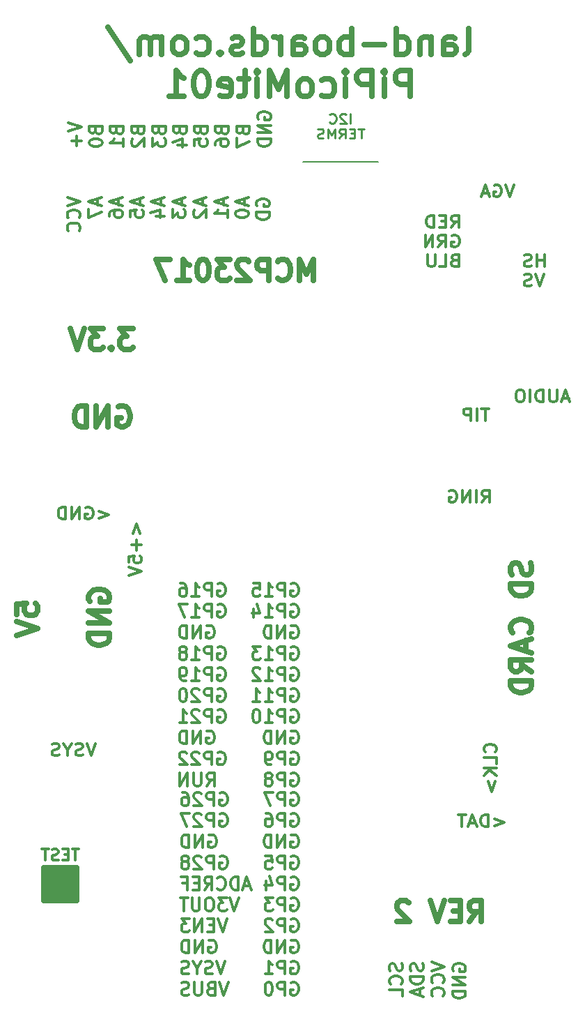
<source format=gbo>
G04 #@! TF.GenerationSoftware,KiCad,Pcbnew,(6.0.1)*
G04 #@! TF.CreationDate,2022-05-27T11:48:27-04:00*
G04 #@! TF.ProjectId,PiPicoMite01,50695069-636f-44d6-9974-6530312e6b69,2*
G04 #@! TF.SameCoordinates,Original*
G04 #@! TF.FileFunction,Legend,Bot*
G04 #@! TF.FilePolarity,Positive*
%FSLAX46Y46*%
G04 Gerber Fmt 4.6, Leading zero omitted, Abs format (unit mm)*
G04 Created by KiCad (PCBNEW (6.0.1)) date 2022-05-27 11:48:27*
%MOMM*%
%LPD*%
G01*
G04 APERTURE LIST*
%ADD10C,0.150000*%
%ADD11C,0.635000*%
%ADD12C,0.304800*%
%ADD13C,0.285750*%
%ADD14C,0.650000*%
G04 APERTURE END LIST*
D10*
X148590000Y-19050000D02*
X157734000Y-19050000D01*
D11*
X122682000Y-72359761D02*
X122561047Y-72117857D01*
X122561047Y-71755000D01*
X122682000Y-71392142D01*
X122923904Y-71150238D01*
X123165809Y-71029285D01*
X123649619Y-70908333D01*
X124012476Y-70908333D01*
X124496285Y-71029285D01*
X124738190Y-71150238D01*
X124980095Y-71392142D01*
X125101047Y-71755000D01*
X125101047Y-71996904D01*
X124980095Y-72359761D01*
X124859142Y-72480714D01*
X124012476Y-72480714D01*
X124012476Y-71996904D01*
X125101047Y-73569285D02*
X122561047Y-73569285D01*
X125101047Y-75020714D01*
X122561047Y-75020714D01*
X125101047Y-76230238D02*
X122561047Y-76230238D01*
X122561047Y-76835000D01*
X122682000Y-77197857D01*
X122923904Y-77439761D01*
X123165809Y-77560714D01*
X123649619Y-77681666D01*
X124012476Y-77681666D01*
X124496285Y-77560714D01*
X124738190Y-77439761D01*
X124980095Y-77197857D01*
X125101047Y-76835000D01*
X125101047Y-76230238D01*
D12*
X170369048Y-60356447D02*
X170898215Y-59654923D01*
X171276191Y-60356447D02*
X171276191Y-58883247D01*
X170671429Y-58883247D01*
X170520239Y-58953400D01*
X170444643Y-59023552D01*
X170369048Y-59163857D01*
X170369048Y-59374314D01*
X170444643Y-59514619D01*
X170520239Y-59584771D01*
X170671429Y-59654923D01*
X171276191Y-59654923D01*
X169688691Y-60356447D02*
X169688691Y-58883247D01*
X168932739Y-60356447D02*
X168932739Y-58883247D01*
X168025596Y-60356447D01*
X168025596Y-58883247D01*
X166438096Y-58953400D02*
X166589286Y-58883247D01*
X166816072Y-58883247D01*
X167042858Y-58953400D01*
X167194048Y-59093704D01*
X167269643Y-59234009D01*
X167345239Y-59514619D01*
X167345239Y-59725076D01*
X167269643Y-60005685D01*
X167194048Y-60145990D01*
X167042858Y-60286295D01*
X166816072Y-60356447D01*
X166664881Y-60356447D01*
X166438096Y-60286295D01*
X166362500Y-60216142D01*
X166362500Y-59725076D01*
X166664881Y-59725076D01*
X123778191Y-61406314D02*
X124987715Y-61827228D01*
X123778191Y-62248142D01*
X122190691Y-60985400D02*
X122341881Y-60915247D01*
X122568667Y-60915247D01*
X122795453Y-60985400D01*
X122946643Y-61125704D01*
X123022239Y-61266009D01*
X123097834Y-61546619D01*
X123097834Y-61757076D01*
X123022239Y-62037685D01*
X122946643Y-62177990D01*
X122795453Y-62318295D01*
X122568667Y-62388447D01*
X122417477Y-62388447D01*
X122190691Y-62318295D01*
X122115096Y-62248142D01*
X122115096Y-61757076D01*
X122417477Y-61757076D01*
X121434739Y-62388447D02*
X121434739Y-60915247D01*
X120527596Y-62388447D01*
X120527596Y-60915247D01*
X119771643Y-62388447D02*
X119771643Y-60915247D01*
X119393667Y-60915247D01*
X119166881Y-60985400D01*
X119015691Y-61125704D01*
X118940096Y-61266009D01*
X118864500Y-61546619D01*
X118864500Y-61757076D01*
X118940096Y-62037685D01*
X119015691Y-62177990D01*
X119166881Y-62318295D01*
X119393667Y-62388447D01*
X119771643Y-62388447D01*
D11*
X168855571Y-111258047D02*
X169702238Y-110048523D01*
X170307000Y-111258047D02*
X170307000Y-108718047D01*
X169339380Y-108718047D01*
X169097476Y-108839000D01*
X168976523Y-108959952D01*
X168855571Y-109201857D01*
X168855571Y-109564714D01*
X168976523Y-109806619D01*
X169097476Y-109927571D01*
X169339380Y-110048523D01*
X170307000Y-110048523D01*
X167767000Y-109927571D02*
X166920333Y-109927571D01*
X166557476Y-111258047D02*
X167767000Y-111258047D01*
X167767000Y-108718047D01*
X166557476Y-108718047D01*
X165831761Y-108718047D02*
X164985095Y-111258047D01*
X164138428Y-108718047D01*
X161477476Y-108959952D02*
X161356523Y-108839000D01*
X161114619Y-108718047D01*
X160509857Y-108718047D01*
X160267952Y-108839000D01*
X160147000Y-108959952D01*
X160026047Y-109201857D01*
X160026047Y-109443761D01*
X160147000Y-109806619D01*
X161598428Y-111258047D01*
X160026047Y-111258047D01*
X126141238Y-48768000D02*
X126383142Y-48647047D01*
X126746000Y-48647047D01*
X127108857Y-48768000D01*
X127350761Y-49009904D01*
X127471714Y-49251809D01*
X127592666Y-49735619D01*
X127592666Y-50098476D01*
X127471714Y-50582285D01*
X127350761Y-50824190D01*
X127108857Y-51066095D01*
X126746000Y-51187047D01*
X126504095Y-51187047D01*
X126141238Y-51066095D01*
X126020285Y-50945142D01*
X126020285Y-50098476D01*
X126504095Y-50098476D01*
X124931714Y-51187047D02*
X124931714Y-48647047D01*
X123480285Y-51187047D01*
X123480285Y-48647047D01*
X122270761Y-51187047D02*
X122270761Y-48647047D01*
X121666000Y-48647047D01*
X121303142Y-48768000D01*
X121061238Y-49009904D01*
X120940285Y-49251809D01*
X120819333Y-49735619D01*
X120819333Y-50098476D01*
X120940285Y-50582285D01*
X121061238Y-50824190D01*
X121303142Y-51066095D01*
X121666000Y-51187047D01*
X122270761Y-51187047D01*
D12*
X180926096Y-47743533D02*
X180170143Y-47743533D01*
X181077286Y-48164447D02*
X180548120Y-46691247D01*
X180018953Y-48164447D01*
X179489786Y-46691247D02*
X179489786Y-47883838D01*
X179414191Y-48024142D01*
X179338596Y-48094295D01*
X179187405Y-48164447D01*
X178885024Y-48164447D01*
X178733834Y-48094295D01*
X178658239Y-48024142D01*
X178582643Y-47883838D01*
X178582643Y-46691247D01*
X177826691Y-48164447D02*
X177826691Y-46691247D01*
X177448715Y-46691247D01*
X177221929Y-46761400D01*
X177070739Y-46901704D01*
X176995143Y-47042009D01*
X176919548Y-47322619D01*
X176919548Y-47533076D01*
X176995143Y-47813685D01*
X177070739Y-47953990D01*
X177221929Y-48094295D01*
X177448715Y-48164447D01*
X177826691Y-48164447D01*
X176239191Y-48164447D02*
X176239191Y-46691247D01*
X175180858Y-46691247D02*
X174878477Y-46691247D01*
X174727286Y-46761400D01*
X174576096Y-46901704D01*
X174500500Y-47182314D01*
X174500500Y-47673380D01*
X174576096Y-47953990D01*
X174727286Y-48094295D01*
X174878477Y-48164447D01*
X175180858Y-48164447D01*
X175332048Y-48094295D01*
X175483239Y-47953990D01*
X175558834Y-47673380D01*
X175558834Y-47182314D01*
X175483239Y-46901704D01*
X175332048Y-46761400D01*
X175180858Y-46691247D01*
X147182356Y-95654813D02*
X147333546Y-95579217D01*
X147560332Y-95579217D01*
X147787118Y-95654813D01*
X147938308Y-95806003D01*
X148013903Y-95957193D01*
X148089499Y-96259574D01*
X148089499Y-96486360D01*
X148013903Y-96788741D01*
X147938308Y-96939932D01*
X147787118Y-97091122D01*
X147560332Y-97166717D01*
X147409141Y-97166717D01*
X147182356Y-97091122D01*
X147106760Y-97015527D01*
X147106760Y-96486360D01*
X147409141Y-96486360D01*
X146426403Y-97166717D02*
X146426403Y-95579217D01*
X145821641Y-95579217D01*
X145670451Y-95654813D01*
X145594856Y-95730408D01*
X145519260Y-95881598D01*
X145519260Y-96108384D01*
X145594856Y-96259574D01*
X145670451Y-96335170D01*
X145821641Y-96410765D01*
X146426403Y-96410765D01*
X144990094Y-95579217D02*
X143931760Y-95579217D01*
X144612118Y-97166717D01*
X147182356Y-98210688D02*
X147333546Y-98135092D01*
X147560332Y-98135092D01*
X147787118Y-98210688D01*
X147938308Y-98361878D01*
X148013903Y-98513068D01*
X148089499Y-98815449D01*
X148089499Y-99042235D01*
X148013903Y-99344616D01*
X147938308Y-99495807D01*
X147787118Y-99646997D01*
X147560332Y-99722592D01*
X147409141Y-99722592D01*
X147182356Y-99646997D01*
X147106760Y-99571402D01*
X147106760Y-99042235D01*
X147409141Y-99042235D01*
X146426403Y-99722592D02*
X146426403Y-98135092D01*
X145821641Y-98135092D01*
X145670451Y-98210688D01*
X145594856Y-98286283D01*
X145519260Y-98437473D01*
X145519260Y-98664259D01*
X145594856Y-98815449D01*
X145670451Y-98891045D01*
X145821641Y-98966640D01*
X146426403Y-98966640D01*
X144158546Y-98135092D02*
X144460927Y-98135092D01*
X144612118Y-98210688D01*
X144687713Y-98286283D01*
X144838903Y-98513068D01*
X144914499Y-98815449D01*
X144914499Y-99420211D01*
X144838903Y-99571402D01*
X144763308Y-99646997D01*
X144612118Y-99722592D01*
X144309737Y-99722592D01*
X144158546Y-99646997D01*
X144082951Y-99571402D01*
X144007356Y-99420211D01*
X144007356Y-99042235D01*
X144082951Y-98891045D01*
X144158546Y-98815449D01*
X144309737Y-98739854D01*
X144612118Y-98739854D01*
X144763308Y-98815449D01*
X144838903Y-98891045D01*
X144914499Y-99042235D01*
X147182356Y-100766563D02*
X147333546Y-100690967D01*
X147560332Y-100690967D01*
X147787118Y-100766563D01*
X147938308Y-100917753D01*
X148013903Y-101068943D01*
X148089499Y-101371324D01*
X148089499Y-101598110D01*
X148013903Y-101900491D01*
X147938308Y-102051682D01*
X147787118Y-102202872D01*
X147560332Y-102278467D01*
X147409141Y-102278467D01*
X147182356Y-102202872D01*
X147106760Y-102127277D01*
X147106760Y-101598110D01*
X147409141Y-101598110D01*
X146426403Y-102278467D02*
X146426403Y-100690967D01*
X145519260Y-102278467D01*
X145519260Y-100690967D01*
X144763308Y-102278467D02*
X144763308Y-100690967D01*
X144385332Y-100690967D01*
X144158546Y-100766563D01*
X144007356Y-100917753D01*
X143931760Y-101068943D01*
X143856165Y-101371324D01*
X143856165Y-101598110D01*
X143931760Y-101900491D01*
X144007356Y-102051682D01*
X144158546Y-102202872D01*
X144385332Y-102278467D01*
X144763308Y-102278467D01*
X147182356Y-103322438D02*
X147333546Y-103246842D01*
X147560332Y-103246842D01*
X147787118Y-103322438D01*
X147938308Y-103473628D01*
X148013903Y-103624818D01*
X148089499Y-103927199D01*
X148089499Y-104153985D01*
X148013903Y-104456366D01*
X147938308Y-104607557D01*
X147787118Y-104758747D01*
X147560332Y-104834342D01*
X147409141Y-104834342D01*
X147182356Y-104758747D01*
X147106760Y-104683152D01*
X147106760Y-104153985D01*
X147409141Y-104153985D01*
X146426403Y-104834342D02*
X146426403Y-103246842D01*
X145821641Y-103246842D01*
X145670451Y-103322438D01*
X145594856Y-103398033D01*
X145519260Y-103549223D01*
X145519260Y-103776009D01*
X145594856Y-103927199D01*
X145670451Y-104002795D01*
X145821641Y-104078390D01*
X146426403Y-104078390D01*
X144082951Y-103246842D02*
X144838903Y-103246842D01*
X144914499Y-104002795D01*
X144838903Y-103927199D01*
X144687713Y-103851604D01*
X144309737Y-103851604D01*
X144158546Y-103927199D01*
X144082951Y-104002795D01*
X144007356Y-104153985D01*
X144007356Y-104531961D01*
X144082951Y-104683152D01*
X144158546Y-104758747D01*
X144309737Y-104834342D01*
X144687713Y-104834342D01*
X144838903Y-104758747D01*
X144914499Y-104683152D01*
X147182356Y-105878313D02*
X147333546Y-105802717D01*
X147560332Y-105802717D01*
X147787118Y-105878313D01*
X147938308Y-106029503D01*
X148013903Y-106180693D01*
X148089499Y-106483074D01*
X148089499Y-106709860D01*
X148013903Y-107012241D01*
X147938308Y-107163432D01*
X147787118Y-107314622D01*
X147560332Y-107390217D01*
X147409141Y-107390217D01*
X147182356Y-107314622D01*
X147106760Y-107239027D01*
X147106760Y-106709860D01*
X147409141Y-106709860D01*
X146426403Y-107390217D02*
X146426403Y-105802717D01*
X145821641Y-105802717D01*
X145670451Y-105878313D01*
X145594856Y-105953908D01*
X145519260Y-106105098D01*
X145519260Y-106331884D01*
X145594856Y-106483074D01*
X145670451Y-106558670D01*
X145821641Y-106634265D01*
X146426403Y-106634265D01*
X144158546Y-106331884D02*
X144158546Y-107390217D01*
X144536522Y-105727122D02*
X144914499Y-106861051D01*
X143931760Y-106861051D01*
X147182356Y-108434188D02*
X147333546Y-108358592D01*
X147560332Y-108358592D01*
X147787118Y-108434188D01*
X147938308Y-108585378D01*
X148013903Y-108736568D01*
X148089499Y-109038949D01*
X148089499Y-109265735D01*
X148013903Y-109568116D01*
X147938308Y-109719307D01*
X147787118Y-109870497D01*
X147560332Y-109946092D01*
X147409141Y-109946092D01*
X147182356Y-109870497D01*
X147106760Y-109794902D01*
X147106760Y-109265735D01*
X147409141Y-109265735D01*
X146426403Y-109946092D02*
X146426403Y-108358592D01*
X145821641Y-108358592D01*
X145670451Y-108434188D01*
X145594856Y-108509783D01*
X145519260Y-108660973D01*
X145519260Y-108887759D01*
X145594856Y-109038949D01*
X145670451Y-109114545D01*
X145821641Y-109190140D01*
X146426403Y-109190140D01*
X144990094Y-108358592D02*
X144007356Y-108358592D01*
X144536522Y-108963354D01*
X144309737Y-108963354D01*
X144158546Y-109038949D01*
X144082951Y-109114545D01*
X144007356Y-109265735D01*
X144007356Y-109643711D01*
X144082951Y-109794902D01*
X144158546Y-109870497D01*
X144309737Y-109946092D01*
X144763308Y-109946092D01*
X144914499Y-109870497D01*
X144990094Y-109794902D01*
X147182356Y-110990063D02*
X147333546Y-110914467D01*
X147560332Y-110914467D01*
X147787118Y-110990063D01*
X147938308Y-111141253D01*
X148013903Y-111292443D01*
X148089499Y-111594824D01*
X148089499Y-111821610D01*
X148013903Y-112123991D01*
X147938308Y-112275182D01*
X147787118Y-112426372D01*
X147560332Y-112501967D01*
X147409141Y-112501967D01*
X147182356Y-112426372D01*
X147106760Y-112350777D01*
X147106760Y-111821610D01*
X147409141Y-111821610D01*
X146426403Y-112501967D02*
X146426403Y-110914467D01*
X145821641Y-110914467D01*
X145670451Y-110990063D01*
X145594856Y-111065658D01*
X145519260Y-111216848D01*
X145519260Y-111443634D01*
X145594856Y-111594824D01*
X145670451Y-111670420D01*
X145821641Y-111746015D01*
X146426403Y-111746015D01*
X144914499Y-111065658D02*
X144838903Y-110990063D01*
X144687713Y-110914467D01*
X144309737Y-110914467D01*
X144158546Y-110990063D01*
X144082951Y-111065658D01*
X144007356Y-111216848D01*
X144007356Y-111368039D01*
X144082951Y-111594824D01*
X144990094Y-112501967D01*
X144007356Y-112501967D01*
X147182356Y-113545938D02*
X147333546Y-113470342D01*
X147560332Y-113470342D01*
X147787118Y-113545938D01*
X147938308Y-113697128D01*
X148013903Y-113848318D01*
X148089499Y-114150699D01*
X148089499Y-114377485D01*
X148013903Y-114679866D01*
X147938308Y-114831057D01*
X147787118Y-114982247D01*
X147560332Y-115057842D01*
X147409141Y-115057842D01*
X147182356Y-114982247D01*
X147106760Y-114906652D01*
X147106760Y-114377485D01*
X147409141Y-114377485D01*
X146426403Y-115057842D02*
X146426403Y-113470342D01*
X145519260Y-115057842D01*
X145519260Y-113470342D01*
X144763308Y-115057842D02*
X144763308Y-113470342D01*
X144385332Y-113470342D01*
X144158546Y-113545938D01*
X144007356Y-113697128D01*
X143931760Y-113848318D01*
X143856165Y-114150699D01*
X143856165Y-114377485D01*
X143931760Y-114679866D01*
X144007356Y-114831057D01*
X144158546Y-114982247D01*
X144385332Y-115057842D01*
X144763308Y-115057842D01*
X147182356Y-116101813D02*
X147333546Y-116026217D01*
X147560332Y-116026217D01*
X147787118Y-116101813D01*
X147938308Y-116253003D01*
X148013903Y-116404193D01*
X148089499Y-116706574D01*
X148089499Y-116933360D01*
X148013903Y-117235741D01*
X147938308Y-117386932D01*
X147787118Y-117538122D01*
X147560332Y-117613717D01*
X147409141Y-117613717D01*
X147182356Y-117538122D01*
X147106760Y-117462527D01*
X147106760Y-116933360D01*
X147409141Y-116933360D01*
X146426403Y-117613717D02*
X146426403Y-116026217D01*
X145821641Y-116026217D01*
X145670451Y-116101813D01*
X145594856Y-116177408D01*
X145519260Y-116328598D01*
X145519260Y-116555384D01*
X145594856Y-116706574D01*
X145670451Y-116782170D01*
X145821641Y-116857765D01*
X146426403Y-116857765D01*
X144007356Y-117613717D02*
X144914499Y-117613717D01*
X144460927Y-117613717D02*
X144460927Y-116026217D01*
X144612118Y-116253003D01*
X144763308Y-116404193D01*
X144914499Y-116479789D01*
X147182356Y-118657688D02*
X147333546Y-118582092D01*
X147560332Y-118582092D01*
X147787118Y-118657688D01*
X147938308Y-118808878D01*
X148013903Y-118960068D01*
X148089499Y-119262449D01*
X148089499Y-119489235D01*
X148013903Y-119791616D01*
X147938308Y-119942807D01*
X147787118Y-120093997D01*
X147560332Y-120169592D01*
X147409141Y-120169592D01*
X147182356Y-120093997D01*
X147106760Y-120018402D01*
X147106760Y-119489235D01*
X147409141Y-119489235D01*
X146426403Y-120169592D02*
X146426403Y-118582092D01*
X145821641Y-118582092D01*
X145670451Y-118657688D01*
X145594856Y-118733283D01*
X145519260Y-118884473D01*
X145519260Y-119111259D01*
X145594856Y-119262449D01*
X145670451Y-119338045D01*
X145821641Y-119413640D01*
X146426403Y-119413640D01*
X144536522Y-118582092D02*
X144385332Y-118582092D01*
X144234141Y-118657688D01*
X144158546Y-118733283D01*
X144082951Y-118884473D01*
X144007356Y-119186854D01*
X144007356Y-119564830D01*
X144082951Y-119867211D01*
X144158546Y-120018402D01*
X144234141Y-120093997D01*
X144385332Y-120169592D01*
X144536522Y-120169592D01*
X144687713Y-120093997D01*
X144763308Y-120018402D01*
X144838903Y-119867211D01*
X144914499Y-119564830D01*
X144914499Y-119186854D01*
X144838903Y-118884473D01*
X144763308Y-118733283D01*
X144687713Y-118657688D01*
X144536522Y-118582092D01*
D11*
X168308261Y-5992434D02*
X168610642Y-5841244D01*
X168761833Y-5538863D01*
X168761833Y-2817434D01*
X165738023Y-5992434D02*
X165738023Y-4329339D01*
X165889214Y-4026958D01*
X166191595Y-3875767D01*
X166796357Y-3875767D01*
X167098738Y-4026958D01*
X165738023Y-5841244D02*
X166040404Y-5992434D01*
X166796357Y-5992434D01*
X167098738Y-5841244D01*
X167249928Y-5538863D01*
X167249928Y-5236482D01*
X167098738Y-4934101D01*
X166796357Y-4782910D01*
X166040404Y-4782910D01*
X165738023Y-4631720D01*
X164226119Y-3875767D02*
X164226119Y-5992434D01*
X164226119Y-4178148D02*
X164074928Y-4026958D01*
X163772547Y-3875767D01*
X163318976Y-3875767D01*
X163016595Y-4026958D01*
X162865404Y-4329339D01*
X162865404Y-5992434D01*
X159992785Y-5992434D02*
X159992785Y-2817434D01*
X159992785Y-5841244D02*
X160295166Y-5992434D01*
X160899928Y-5992434D01*
X161202309Y-5841244D01*
X161353500Y-5690053D01*
X161504690Y-5387672D01*
X161504690Y-4480529D01*
X161353500Y-4178148D01*
X161202309Y-4026958D01*
X160899928Y-3875767D01*
X160295166Y-3875767D01*
X159992785Y-4026958D01*
X158480880Y-4782910D02*
X156061833Y-4782910D01*
X154549928Y-5992434D02*
X154549928Y-2817434D01*
X154549928Y-4026958D02*
X154247547Y-3875767D01*
X153642785Y-3875767D01*
X153340404Y-4026958D01*
X153189214Y-4178148D01*
X153038023Y-4480529D01*
X153038023Y-5387672D01*
X153189214Y-5690053D01*
X153340404Y-5841244D01*
X153642785Y-5992434D01*
X154247547Y-5992434D01*
X154549928Y-5841244D01*
X151223738Y-5992434D02*
X151526119Y-5841244D01*
X151677309Y-5690053D01*
X151828500Y-5387672D01*
X151828500Y-4480529D01*
X151677309Y-4178148D01*
X151526119Y-4026958D01*
X151223738Y-3875767D01*
X150770166Y-3875767D01*
X150467785Y-4026958D01*
X150316595Y-4178148D01*
X150165404Y-4480529D01*
X150165404Y-5387672D01*
X150316595Y-5690053D01*
X150467785Y-5841244D01*
X150770166Y-5992434D01*
X151223738Y-5992434D01*
X147443976Y-5992434D02*
X147443976Y-4329339D01*
X147595166Y-4026958D01*
X147897547Y-3875767D01*
X148502309Y-3875767D01*
X148804690Y-4026958D01*
X147443976Y-5841244D02*
X147746357Y-5992434D01*
X148502309Y-5992434D01*
X148804690Y-5841244D01*
X148955880Y-5538863D01*
X148955880Y-5236482D01*
X148804690Y-4934101D01*
X148502309Y-4782910D01*
X147746357Y-4782910D01*
X147443976Y-4631720D01*
X145932071Y-5992434D02*
X145932071Y-3875767D01*
X145932071Y-4480529D02*
X145780880Y-4178148D01*
X145629690Y-4026958D01*
X145327309Y-3875767D01*
X145024928Y-3875767D01*
X142605880Y-5992434D02*
X142605880Y-2817434D01*
X142605880Y-5841244D02*
X142908261Y-5992434D01*
X143513023Y-5992434D01*
X143815404Y-5841244D01*
X143966595Y-5690053D01*
X144117785Y-5387672D01*
X144117785Y-4480529D01*
X143966595Y-4178148D01*
X143815404Y-4026958D01*
X143513023Y-3875767D01*
X142908261Y-3875767D01*
X142605880Y-4026958D01*
X141245166Y-5841244D02*
X140942785Y-5992434D01*
X140338023Y-5992434D01*
X140035642Y-5841244D01*
X139884452Y-5538863D01*
X139884452Y-5387672D01*
X140035642Y-5085291D01*
X140338023Y-4934101D01*
X140791595Y-4934101D01*
X141093976Y-4782910D01*
X141245166Y-4480529D01*
X141245166Y-4329339D01*
X141093976Y-4026958D01*
X140791595Y-3875767D01*
X140338023Y-3875767D01*
X140035642Y-4026958D01*
X138523738Y-5690053D02*
X138372547Y-5841244D01*
X138523738Y-5992434D01*
X138674928Y-5841244D01*
X138523738Y-5690053D01*
X138523738Y-5992434D01*
X135651119Y-5841244D02*
X135953500Y-5992434D01*
X136558261Y-5992434D01*
X136860642Y-5841244D01*
X137011833Y-5690053D01*
X137163023Y-5387672D01*
X137163023Y-4480529D01*
X137011833Y-4178148D01*
X136860642Y-4026958D01*
X136558261Y-3875767D01*
X135953500Y-3875767D01*
X135651119Y-4026958D01*
X133836833Y-5992434D02*
X134139214Y-5841244D01*
X134290404Y-5690053D01*
X134441595Y-5387672D01*
X134441595Y-4480529D01*
X134290404Y-4178148D01*
X134139214Y-4026958D01*
X133836833Y-3875767D01*
X133383261Y-3875767D01*
X133080880Y-4026958D01*
X132929690Y-4178148D01*
X132778500Y-4480529D01*
X132778500Y-5387672D01*
X132929690Y-5690053D01*
X133080880Y-5841244D01*
X133383261Y-5992434D01*
X133836833Y-5992434D01*
X131417785Y-5992434D02*
X131417785Y-3875767D01*
X131417785Y-4178148D02*
X131266595Y-4026958D01*
X130964214Y-3875767D01*
X130510642Y-3875767D01*
X130208261Y-4026958D01*
X130057071Y-4329339D01*
X130057071Y-5992434D01*
X130057071Y-4329339D02*
X129905880Y-4026958D01*
X129603500Y-3875767D01*
X129149928Y-3875767D01*
X128847547Y-4026958D01*
X128696357Y-4329339D01*
X128696357Y-5992434D01*
X124916595Y-2666244D02*
X127638023Y-6748386D01*
X161655880Y-11104184D02*
X161655880Y-7929184D01*
X160446357Y-7929184D01*
X160143976Y-8080375D01*
X159992785Y-8231565D01*
X159841595Y-8533946D01*
X159841595Y-8987517D01*
X159992785Y-9289898D01*
X160143976Y-9441089D01*
X160446357Y-9592279D01*
X161655880Y-9592279D01*
X158480880Y-11104184D02*
X158480880Y-8987517D01*
X158480880Y-7929184D02*
X158632071Y-8080375D01*
X158480880Y-8231565D01*
X158329690Y-8080375D01*
X158480880Y-7929184D01*
X158480880Y-8231565D01*
X156968976Y-11104184D02*
X156968976Y-7929184D01*
X155759452Y-7929184D01*
X155457071Y-8080375D01*
X155305880Y-8231565D01*
X155154690Y-8533946D01*
X155154690Y-8987517D01*
X155305880Y-9289898D01*
X155457071Y-9441089D01*
X155759452Y-9592279D01*
X156968976Y-9592279D01*
X153793976Y-11104184D02*
X153793976Y-8987517D01*
X153793976Y-7929184D02*
X153945166Y-8080375D01*
X153793976Y-8231565D01*
X153642785Y-8080375D01*
X153793976Y-7929184D01*
X153793976Y-8231565D01*
X150921357Y-10952994D02*
X151223738Y-11104184D01*
X151828500Y-11104184D01*
X152130880Y-10952994D01*
X152282071Y-10801803D01*
X152433261Y-10499422D01*
X152433261Y-9592279D01*
X152282071Y-9289898D01*
X152130880Y-9138708D01*
X151828500Y-8987517D01*
X151223738Y-8987517D01*
X150921357Y-9138708D01*
X149107071Y-11104184D02*
X149409452Y-10952994D01*
X149560642Y-10801803D01*
X149711833Y-10499422D01*
X149711833Y-9592279D01*
X149560642Y-9289898D01*
X149409452Y-9138708D01*
X149107071Y-8987517D01*
X148653500Y-8987517D01*
X148351119Y-9138708D01*
X148199928Y-9289898D01*
X148048738Y-9592279D01*
X148048738Y-10499422D01*
X148199928Y-10801803D01*
X148351119Y-10952994D01*
X148653500Y-11104184D01*
X149107071Y-11104184D01*
X146688023Y-11104184D02*
X146688023Y-7929184D01*
X145629690Y-10197041D01*
X144571357Y-7929184D01*
X144571357Y-11104184D01*
X143059452Y-11104184D02*
X143059452Y-8987517D01*
X143059452Y-7929184D02*
X143210642Y-8080375D01*
X143059452Y-8231565D01*
X142908261Y-8080375D01*
X143059452Y-7929184D01*
X143059452Y-8231565D01*
X142001119Y-8987517D02*
X140791595Y-8987517D01*
X141547547Y-7929184D02*
X141547547Y-10650613D01*
X141396357Y-10952994D01*
X141093976Y-11104184D01*
X140791595Y-11104184D01*
X138523738Y-10952994D02*
X138826119Y-11104184D01*
X139430880Y-11104184D01*
X139733261Y-10952994D01*
X139884452Y-10650613D01*
X139884452Y-9441089D01*
X139733261Y-9138708D01*
X139430880Y-8987517D01*
X138826119Y-8987517D01*
X138523738Y-9138708D01*
X138372547Y-9441089D01*
X138372547Y-9743470D01*
X139884452Y-10045851D01*
X136407071Y-7929184D02*
X136104690Y-7929184D01*
X135802309Y-8080375D01*
X135651119Y-8231565D01*
X135499928Y-8533946D01*
X135348738Y-9138708D01*
X135348738Y-9894660D01*
X135499928Y-10499422D01*
X135651119Y-10801803D01*
X135802309Y-10952994D01*
X136104690Y-11104184D01*
X136407071Y-11104184D01*
X136709452Y-10952994D01*
X136860642Y-10801803D01*
X137011833Y-10499422D01*
X137163023Y-9894660D01*
X137163023Y-9138708D01*
X137011833Y-8533946D01*
X136860642Y-8231565D01*
X136709452Y-8080375D01*
X136407071Y-7929184D01*
X132324928Y-11104184D02*
X134139214Y-11104184D01*
X133232071Y-11104184D02*
X133232071Y-7929184D01*
X133534452Y-8382755D01*
X133836833Y-8685136D01*
X134139214Y-8836327D01*
D12*
X138283405Y-70254813D02*
X138434596Y-70179217D01*
X138661381Y-70179217D01*
X138888167Y-70254813D01*
X139039358Y-70406003D01*
X139114953Y-70557193D01*
X139190548Y-70859574D01*
X139190548Y-71086360D01*
X139114953Y-71388741D01*
X139039358Y-71539932D01*
X138888167Y-71691122D01*
X138661381Y-71766717D01*
X138510191Y-71766717D01*
X138283405Y-71691122D01*
X138207810Y-71615527D01*
X138207810Y-71086360D01*
X138510191Y-71086360D01*
X137527453Y-71766717D02*
X137527453Y-70179217D01*
X136922691Y-70179217D01*
X136771500Y-70254813D01*
X136695905Y-70330408D01*
X136620310Y-70481598D01*
X136620310Y-70708384D01*
X136695905Y-70859574D01*
X136771500Y-70935170D01*
X136922691Y-71010765D01*
X137527453Y-71010765D01*
X135108405Y-71766717D02*
X136015548Y-71766717D01*
X135561977Y-71766717D02*
X135561977Y-70179217D01*
X135713167Y-70406003D01*
X135864358Y-70557193D01*
X136015548Y-70632789D01*
X133747691Y-70179217D02*
X134050072Y-70179217D01*
X134201262Y-70254813D01*
X134276858Y-70330408D01*
X134428048Y-70557193D01*
X134503643Y-70859574D01*
X134503643Y-71464336D01*
X134428048Y-71615527D01*
X134352453Y-71691122D01*
X134201262Y-71766717D01*
X133898881Y-71766717D01*
X133747691Y-71691122D01*
X133672096Y-71615527D01*
X133596500Y-71464336D01*
X133596500Y-71086360D01*
X133672096Y-70935170D01*
X133747691Y-70859574D01*
X133898881Y-70783979D01*
X134201262Y-70783979D01*
X134352453Y-70859574D01*
X134428048Y-70935170D01*
X134503643Y-71086360D01*
X138283405Y-72810688D02*
X138434596Y-72735092D01*
X138661381Y-72735092D01*
X138888167Y-72810688D01*
X139039358Y-72961878D01*
X139114953Y-73113068D01*
X139190548Y-73415449D01*
X139190548Y-73642235D01*
X139114953Y-73944616D01*
X139039358Y-74095807D01*
X138888167Y-74246997D01*
X138661381Y-74322592D01*
X138510191Y-74322592D01*
X138283405Y-74246997D01*
X138207810Y-74171402D01*
X138207810Y-73642235D01*
X138510191Y-73642235D01*
X137527453Y-74322592D02*
X137527453Y-72735092D01*
X136922691Y-72735092D01*
X136771500Y-72810688D01*
X136695905Y-72886283D01*
X136620310Y-73037473D01*
X136620310Y-73264259D01*
X136695905Y-73415449D01*
X136771500Y-73491045D01*
X136922691Y-73566640D01*
X137527453Y-73566640D01*
X135108405Y-74322592D02*
X136015548Y-74322592D01*
X135561977Y-74322592D02*
X135561977Y-72735092D01*
X135713167Y-72961878D01*
X135864358Y-73113068D01*
X136015548Y-73188664D01*
X134579239Y-72735092D02*
X133520905Y-72735092D01*
X134201262Y-74322592D01*
X136922691Y-75366563D02*
X137073881Y-75290967D01*
X137300667Y-75290967D01*
X137527453Y-75366563D01*
X137678643Y-75517753D01*
X137754239Y-75668943D01*
X137829834Y-75971324D01*
X137829834Y-76198110D01*
X137754239Y-76500491D01*
X137678643Y-76651682D01*
X137527453Y-76802872D01*
X137300667Y-76878467D01*
X137149477Y-76878467D01*
X136922691Y-76802872D01*
X136847096Y-76727277D01*
X136847096Y-76198110D01*
X137149477Y-76198110D01*
X136166739Y-76878467D02*
X136166739Y-75290967D01*
X135259596Y-76878467D01*
X135259596Y-75290967D01*
X134503643Y-76878467D02*
X134503643Y-75290967D01*
X134125667Y-75290967D01*
X133898881Y-75366563D01*
X133747691Y-75517753D01*
X133672096Y-75668943D01*
X133596500Y-75971324D01*
X133596500Y-76198110D01*
X133672096Y-76500491D01*
X133747691Y-76651682D01*
X133898881Y-76802872D01*
X134125667Y-76878467D01*
X134503643Y-76878467D01*
X138283405Y-77922438D02*
X138434596Y-77846842D01*
X138661381Y-77846842D01*
X138888167Y-77922438D01*
X139039358Y-78073628D01*
X139114953Y-78224818D01*
X139190548Y-78527199D01*
X139190548Y-78753985D01*
X139114953Y-79056366D01*
X139039358Y-79207557D01*
X138888167Y-79358747D01*
X138661381Y-79434342D01*
X138510191Y-79434342D01*
X138283405Y-79358747D01*
X138207810Y-79283152D01*
X138207810Y-78753985D01*
X138510191Y-78753985D01*
X137527453Y-79434342D02*
X137527453Y-77846842D01*
X136922691Y-77846842D01*
X136771500Y-77922438D01*
X136695905Y-77998033D01*
X136620310Y-78149223D01*
X136620310Y-78376009D01*
X136695905Y-78527199D01*
X136771500Y-78602795D01*
X136922691Y-78678390D01*
X137527453Y-78678390D01*
X135108405Y-79434342D02*
X136015548Y-79434342D01*
X135561977Y-79434342D02*
X135561977Y-77846842D01*
X135713167Y-78073628D01*
X135864358Y-78224818D01*
X136015548Y-78300414D01*
X134201262Y-78527199D02*
X134352453Y-78451604D01*
X134428048Y-78376009D01*
X134503643Y-78224818D01*
X134503643Y-78149223D01*
X134428048Y-77998033D01*
X134352453Y-77922438D01*
X134201262Y-77846842D01*
X133898881Y-77846842D01*
X133747691Y-77922438D01*
X133672096Y-77998033D01*
X133596500Y-78149223D01*
X133596500Y-78224818D01*
X133672096Y-78376009D01*
X133747691Y-78451604D01*
X133898881Y-78527199D01*
X134201262Y-78527199D01*
X134352453Y-78602795D01*
X134428048Y-78678390D01*
X134503643Y-78829580D01*
X134503643Y-79131961D01*
X134428048Y-79283152D01*
X134352453Y-79358747D01*
X134201262Y-79434342D01*
X133898881Y-79434342D01*
X133747691Y-79358747D01*
X133672096Y-79283152D01*
X133596500Y-79131961D01*
X133596500Y-78829580D01*
X133672096Y-78678390D01*
X133747691Y-78602795D01*
X133898881Y-78527199D01*
X138283405Y-80478313D02*
X138434596Y-80402717D01*
X138661381Y-80402717D01*
X138888167Y-80478313D01*
X139039358Y-80629503D01*
X139114953Y-80780693D01*
X139190548Y-81083074D01*
X139190548Y-81309860D01*
X139114953Y-81612241D01*
X139039358Y-81763432D01*
X138888167Y-81914622D01*
X138661381Y-81990217D01*
X138510191Y-81990217D01*
X138283405Y-81914622D01*
X138207810Y-81839027D01*
X138207810Y-81309860D01*
X138510191Y-81309860D01*
X137527453Y-81990217D02*
X137527453Y-80402717D01*
X136922691Y-80402717D01*
X136771500Y-80478313D01*
X136695905Y-80553908D01*
X136620310Y-80705098D01*
X136620310Y-80931884D01*
X136695905Y-81083074D01*
X136771500Y-81158670D01*
X136922691Y-81234265D01*
X137527453Y-81234265D01*
X135108405Y-81990217D02*
X136015548Y-81990217D01*
X135561977Y-81990217D02*
X135561977Y-80402717D01*
X135713167Y-80629503D01*
X135864358Y-80780693D01*
X136015548Y-80856289D01*
X134352453Y-81990217D02*
X134050072Y-81990217D01*
X133898881Y-81914622D01*
X133823286Y-81839027D01*
X133672096Y-81612241D01*
X133596500Y-81309860D01*
X133596500Y-80705098D01*
X133672096Y-80553908D01*
X133747691Y-80478313D01*
X133898881Y-80402717D01*
X134201262Y-80402717D01*
X134352453Y-80478313D01*
X134428048Y-80553908D01*
X134503643Y-80705098D01*
X134503643Y-81083074D01*
X134428048Y-81234265D01*
X134352453Y-81309860D01*
X134201262Y-81385455D01*
X133898881Y-81385455D01*
X133747691Y-81309860D01*
X133672096Y-81234265D01*
X133596500Y-81083074D01*
X138283405Y-83034188D02*
X138434596Y-82958592D01*
X138661381Y-82958592D01*
X138888167Y-83034188D01*
X139039358Y-83185378D01*
X139114953Y-83336568D01*
X139190548Y-83638949D01*
X139190548Y-83865735D01*
X139114953Y-84168116D01*
X139039358Y-84319307D01*
X138888167Y-84470497D01*
X138661381Y-84546092D01*
X138510191Y-84546092D01*
X138283405Y-84470497D01*
X138207810Y-84394902D01*
X138207810Y-83865735D01*
X138510191Y-83865735D01*
X137527453Y-84546092D02*
X137527453Y-82958592D01*
X136922691Y-82958592D01*
X136771500Y-83034188D01*
X136695905Y-83109783D01*
X136620310Y-83260973D01*
X136620310Y-83487759D01*
X136695905Y-83638949D01*
X136771500Y-83714545D01*
X136922691Y-83790140D01*
X137527453Y-83790140D01*
X136015548Y-83109783D02*
X135939953Y-83034188D01*
X135788762Y-82958592D01*
X135410786Y-82958592D01*
X135259596Y-83034188D01*
X135184000Y-83109783D01*
X135108405Y-83260973D01*
X135108405Y-83412164D01*
X135184000Y-83638949D01*
X136091143Y-84546092D01*
X135108405Y-84546092D01*
X134125667Y-82958592D02*
X133974477Y-82958592D01*
X133823286Y-83034188D01*
X133747691Y-83109783D01*
X133672096Y-83260973D01*
X133596500Y-83563354D01*
X133596500Y-83941330D01*
X133672096Y-84243711D01*
X133747691Y-84394902D01*
X133823286Y-84470497D01*
X133974477Y-84546092D01*
X134125667Y-84546092D01*
X134276858Y-84470497D01*
X134352453Y-84394902D01*
X134428048Y-84243711D01*
X134503643Y-83941330D01*
X134503643Y-83563354D01*
X134428048Y-83260973D01*
X134352453Y-83109783D01*
X134276858Y-83034188D01*
X134125667Y-82958592D01*
X138283405Y-85590063D02*
X138434596Y-85514467D01*
X138661381Y-85514467D01*
X138888167Y-85590063D01*
X139039358Y-85741253D01*
X139114953Y-85892443D01*
X139190548Y-86194824D01*
X139190548Y-86421610D01*
X139114953Y-86723991D01*
X139039358Y-86875182D01*
X138888167Y-87026372D01*
X138661381Y-87101967D01*
X138510191Y-87101967D01*
X138283405Y-87026372D01*
X138207810Y-86950777D01*
X138207810Y-86421610D01*
X138510191Y-86421610D01*
X137527453Y-87101967D02*
X137527453Y-85514467D01*
X136922691Y-85514467D01*
X136771500Y-85590063D01*
X136695905Y-85665658D01*
X136620310Y-85816848D01*
X136620310Y-86043634D01*
X136695905Y-86194824D01*
X136771500Y-86270420D01*
X136922691Y-86346015D01*
X137527453Y-86346015D01*
X136015548Y-85665658D02*
X135939953Y-85590063D01*
X135788762Y-85514467D01*
X135410786Y-85514467D01*
X135259596Y-85590063D01*
X135184000Y-85665658D01*
X135108405Y-85816848D01*
X135108405Y-85968039D01*
X135184000Y-86194824D01*
X136091143Y-87101967D01*
X135108405Y-87101967D01*
X133596500Y-87101967D02*
X134503643Y-87101967D01*
X134050072Y-87101967D02*
X134050072Y-85514467D01*
X134201262Y-85741253D01*
X134352453Y-85892443D01*
X134503643Y-85968039D01*
X136922691Y-88145938D02*
X137073881Y-88070342D01*
X137300667Y-88070342D01*
X137527453Y-88145938D01*
X137678643Y-88297128D01*
X137754239Y-88448318D01*
X137829834Y-88750699D01*
X137829834Y-88977485D01*
X137754239Y-89279866D01*
X137678643Y-89431057D01*
X137527453Y-89582247D01*
X137300667Y-89657842D01*
X137149477Y-89657842D01*
X136922691Y-89582247D01*
X136847096Y-89506652D01*
X136847096Y-88977485D01*
X137149477Y-88977485D01*
X136166739Y-89657842D02*
X136166739Y-88070342D01*
X135259596Y-89657842D01*
X135259596Y-88070342D01*
X134503643Y-89657842D02*
X134503643Y-88070342D01*
X134125667Y-88070342D01*
X133898881Y-88145938D01*
X133747691Y-88297128D01*
X133672096Y-88448318D01*
X133596500Y-88750699D01*
X133596500Y-88977485D01*
X133672096Y-89279866D01*
X133747691Y-89431057D01*
X133898881Y-89582247D01*
X134125667Y-89657842D01*
X134503643Y-89657842D01*
X138283405Y-90701813D02*
X138434596Y-90626217D01*
X138661381Y-90626217D01*
X138888167Y-90701813D01*
X139039358Y-90853003D01*
X139114953Y-91004193D01*
X139190548Y-91306574D01*
X139190548Y-91533360D01*
X139114953Y-91835741D01*
X139039358Y-91986932D01*
X138888167Y-92138122D01*
X138661381Y-92213717D01*
X138510191Y-92213717D01*
X138283405Y-92138122D01*
X138207810Y-92062527D01*
X138207810Y-91533360D01*
X138510191Y-91533360D01*
X137527453Y-92213717D02*
X137527453Y-90626217D01*
X136922691Y-90626217D01*
X136771500Y-90701813D01*
X136695905Y-90777408D01*
X136620310Y-90928598D01*
X136620310Y-91155384D01*
X136695905Y-91306574D01*
X136771500Y-91382170D01*
X136922691Y-91457765D01*
X137527453Y-91457765D01*
X136015548Y-90777408D02*
X135939953Y-90701813D01*
X135788762Y-90626217D01*
X135410786Y-90626217D01*
X135259596Y-90701813D01*
X135184000Y-90777408D01*
X135108405Y-90928598D01*
X135108405Y-91079789D01*
X135184000Y-91306574D01*
X136091143Y-92213717D01*
X135108405Y-92213717D01*
X134503643Y-90777408D02*
X134428048Y-90701813D01*
X134276858Y-90626217D01*
X133898881Y-90626217D01*
X133747691Y-90701813D01*
X133672096Y-90777408D01*
X133596500Y-90928598D01*
X133596500Y-91079789D01*
X133672096Y-91306574D01*
X134579239Y-92213717D01*
X133596500Y-92213717D01*
X136922691Y-94769592D02*
X137451858Y-94013640D01*
X137829834Y-94769592D02*
X137829834Y-93182092D01*
X137225072Y-93182092D01*
X137073881Y-93257688D01*
X136998286Y-93333283D01*
X136922691Y-93484473D01*
X136922691Y-93711259D01*
X136998286Y-93862449D01*
X137073881Y-93938045D01*
X137225072Y-94013640D01*
X137829834Y-94013640D01*
X136242334Y-93182092D02*
X136242334Y-94467211D01*
X136166739Y-94618402D01*
X136091143Y-94693997D01*
X135939953Y-94769592D01*
X135637572Y-94769592D01*
X135486381Y-94693997D01*
X135410786Y-94618402D01*
X135335191Y-94467211D01*
X135335191Y-93182092D01*
X134579239Y-94769592D02*
X134579239Y-93182092D01*
X133672096Y-94769592D01*
X133672096Y-93182092D01*
X178001143Y-31738521D02*
X178001143Y-30265321D01*
X178001143Y-30966845D02*
X177094000Y-30966845D01*
X177094000Y-31738521D02*
X177094000Y-30265321D01*
X176413643Y-31668369D02*
X176186858Y-31738521D01*
X175808881Y-31738521D01*
X175657691Y-31668369D01*
X175582096Y-31598216D01*
X175506500Y-31457912D01*
X175506500Y-31317607D01*
X175582096Y-31177302D01*
X175657691Y-31107150D01*
X175808881Y-31036997D01*
X176111262Y-30966845D01*
X176262453Y-30896693D01*
X176338048Y-30826540D01*
X176413643Y-30686235D01*
X176413643Y-30545931D01*
X176338048Y-30405626D01*
X176262453Y-30335474D01*
X176111262Y-30265321D01*
X175733286Y-30265321D01*
X175506500Y-30335474D01*
X177925548Y-32637173D02*
X177396381Y-34110373D01*
X176867215Y-32637173D01*
X176413643Y-34040221D02*
X176186858Y-34110373D01*
X175808881Y-34110373D01*
X175657691Y-34040221D01*
X175582096Y-33970068D01*
X175506500Y-33829764D01*
X175506500Y-33689459D01*
X175582096Y-33549154D01*
X175657691Y-33479002D01*
X175808881Y-33408849D01*
X176111262Y-33338697D01*
X176262453Y-33268545D01*
X176338048Y-33198392D01*
X176413643Y-33058087D01*
X176413643Y-32917783D01*
X176338048Y-32777478D01*
X176262453Y-32707326D01*
X176111262Y-32637173D01*
X175733286Y-32637173D01*
X175506500Y-32707326D01*
X174281858Y-21799247D02*
X173752691Y-23272447D01*
X173223524Y-21799247D01*
X171862810Y-21869400D02*
X172014000Y-21799247D01*
X172240786Y-21799247D01*
X172467572Y-21869400D01*
X172618762Y-22009704D01*
X172694358Y-22150009D01*
X172769953Y-22430619D01*
X172769953Y-22641076D01*
X172694358Y-22921685D01*
X172618762Y-23061990D01*
X172467572Y-23202295D01*
X172240786Y-23272447D01*
X172089596Y-23272447D01*
X171862810Y-23202295D01*
X171787215Y-23132142D01*
X171787215Y-22641076D01*
X172089596Y-22641076D01*
X171182453Y-22851533D02*
X170426500Y-22851533D01*
X171333643Y-23272447D02*
X170804477Y-21799247D01*
X170275310Y-23272447D01*
D11*
X149896285Y-33407047D02*
X149896285Y-30867047D01*
X149049619Y-32681333D01*
X148202952Y-30867047D01*
X148202952Y-33407047D01*
X145542000Y-33165142D02*
X145662952Y-33286095D01*
X146025809Y-33407047D01*
X146267714Y-33407047D01*
X146630571Y-33286095D01*
X146872476Y-33044190D01*
X146993428Y-32802285D01*
X147114380Y-32318476D01*
X147114380Y-31955619D01*
X146993428Y-31471809D01*
X146872476Y-31229904D01*
X146630571Y-30988000D01*
X146267714Y-30867047D01*
X146025809Y-30867047D01*
X145662952Y-30988000D01*
X145542000Y-31108952D01*
X144453428Y-33407047D02*
X144453428Y-30867047D01*
X143485809Y-30867047D01*
X143243904Y-30988000D01*
X143122952Y-31108952D01*
X143002000Y-31350857D01*
X143002000Y-31713714D01*
X143122952Y-31955619D01*
X143243904Y-32076571D01*
X143485809Y-32197523D01*
X144453428Y-32197523D01*
X142034380Y-31108952D02*
X141913428Y-30988000D01*
X141671523Y-30867047D01*
X141066761Y-30867047D01*
X140824857Y-30988000D01*
X140703904Y-31108952D01*
X140582952Y-31350857D01*
X140582952Y-31592761D01*
X140703904Y-31955619D01*
X142155333Y-33407047D01*
X140582952Y-33407047D01*
X139736285Y-30867047D02*
X138163904Y-30867047D01*
X139010571Y-31834666D01*
X138647714Y-31834666D01*
X138405809Y-31955619D01*
X138284857Y-32076571D01*
X138163904Y-32318476D01*
X138163904Y-32923238D01*
X138284857Y-33165142D01*
X138405809Y-33286095D01*
X138647714Y-33407047D01*
X139373428Y-33407047D01*
X139615333Y-33286095D01*
X139736285Y-33165142D01*
X136591523Y-30867047D02*
X136349619Y-30867047D01*
X136107714Y-30988000D01*
X135986761Y-31108952D01*
X135865809Y-31350857D01*
X135744857Y-31834666D01*
X135744857Y-32439428D01*
X135865809Y-32923238D01*
X135986761Y-33165142D01*
X136107714Y-33286095D01*
X136349619Y-33407047D01*
X136591523Y-33407047D01*
X136833428Y-33286095D01*
X136954380Y-33165142D01*
X137075333Y-32923238D01*
X137196285Y-32439428D01*
X137196285Y-31834666D01*
X137075333Y-31350857D01*
X136954380Y-31108952D01*
X136833428Y-30988000D01*
X136591523Y-30867047D01*
X133325809Y-33407047D02*
X134777238Y-33407047D01*
X134051523Y-33407047D02*
X134051523Y-30867047D01*
X134293428Y-31229904D01*
X134535333Y-31471809D01*
X134777238Y-31592761D01*
X132479142Y-30867047D02*
X130785809Y-30867047D01*
X131874380Y-33407047D01*
D12*
X127954314Y-64181808D02*
X128375228Y-62972284D01*
X128796142Y-64181808D01*
X128375228Y-64937760D02*
X128375228Y-66147284D01*
X128936447Y-65542522D02*
X127814009Y-65542522D01*
X127463247Y-67659189D02*
X127463247Y-66903237D01*
X128164771Y-66827641D01*
X128094619Y-66903237D01*
X128024466Y-67054427D01*
X128024466Y-67432403D01*
X128094619Y-67583594D01*
X128164771Y-67659189D01*
X128305076Y-67734784D01*
X128655838Y-67734784D01*
X128796142Y-67659189D01*
X128866295Y-67583594D01*
X128936447Y-67432403D01*
X128936447Y-67054427D01*
X128866295Y-66903237D01*
X128796142Y-66827641D01*
X127463247Y-68188356D02*
X128936447Y-68717522D01*
X127463247Y-69246689D01*
D11*
X176288095Y-67707630D02*
X176409047Y-68070488D01*
X176409047Y-68675250D01*
X176288095Y-68917154D01*
X176167142Y-69038107D01*
X175925238Y-69159059D01*
X175683333Y-69159059D01*
X175441428Y-69038107D01*
X175320476Y-68917154D01*
X175199523Y-68675250D01*
X175078571Y-68191440D01*
X174957619Y-67949535D01*
X174836666Y-67828583D01*
X174594761Y-67707630D01*
X174352857Y-67707630D01*
X174110952Y-67828583D01*
X173990000Y-67949535D01*
X173869047Y-68191440D01*
X173869047Y-68796202D01*
X173990000Y-69159059D01*
X176409047Y-70247630D02*
X173869047Y-70247630D01*
X173869047Y-70852392D01*
X173990000Y-71215250D01*
X174231904Y-71457154D01*
X174473809Y-71578107D01*
X174957619Y-71699059D01*
X175320476Y-71699059D01*
X175804285Y-71578107D01*
X176046190Y-71457154D01*
X176288095Y-71215250D01*
X176409047Y-70852392D01*
X176409047Y-70247630D01*
X176167142Y-76174297D02*
X176288095Y-76053345D01*
X176409047Y-75690488D01*
X176409047Y-75448583D01*
X176288095Y-75085726D01*
X176046190Y-74843821D01*
X175804285Y-74722869D01*
X175320476Y-74601916D01*
X174957619Y-74601916D01*
X174473809Y-74722869D01*
X174231904Y-74843821D01*
X173990000Y-75085726D01*
X173869047Y-75448583D01*
X173869047Y-75690488D01*
X173990000Y-76053345D01*
X174110952Y-76174297D01*
X175683333Y-77141916D02*
X175683333Y-78351440D01*
X176409047Y-76900011D02*
X173869047Y-77746678D01*
X176409047Y-78593345D01*
X176409047Y-80891440D02*
X175199523Y-80044773D01*
X176409047Y-79440011D02*
X173869047Y-79440011D01*
X173869047Y-80407630D01*
X173990000Y-80649535D01*
X174110952Y-80770488D01*
X174352857Y-80891440D01*
X174715714Y-80891440D01*
X174957619Y-80770488D01*
X175078571Y-80649535D01*
X175199523Y-80407630D01*
X175199523Y-79440011D01*
X176409047Y-81980011D02*
X173869047Y-81980011D01*
X173869047Y-82584773D01*
X173990000Y-82947630D01*
X174231904Y-83189535D01*
X174473809Y-83310488D01*
X174957619Y-83431440D01*
X175320476Y-83431440D01*
X175804285Y-83310488D01*
X176046190Y-83189535D01*
X176288095Y-82947630D01*
X176409047Y-82584773D01*
X176409047Y-81980011D01*
D12*
X123394167Y-89617247D02*
X122865000Y-91090447D01*
X122335834Y-89617247D01*
X121882262Y-91020295D02*
X121655477Y-91090447D01*
X121277500Y-91090447D01*
X121126310Y-91020295D01*
X121050715Y-90950142D01*
X120975120Y-90809838D01*
X120975120Y-90669533D01*
X121050715Y-90529228D01*
X121126310Y-90459076D01*
X121277500Y-90388923D01*
X121579881Y-90318771D01*
X121731072Y-90248619D01*
X121806667Y-90178466D01*
X121882262Y-90038161D01*
X121882262Y-89897857D01*
X121806667Y-89757552D01*
X121731072Y-89687400D01*
X121579881Y-89617247D01*
X121201905Y-89617247D01*
X120975120Y-89687400D01*
X119992381Y-90388923D02*
X119992381Y-91090447D01*
X120521548Y-89617247D02*
X119992381Y-90388923D01*
X119463215Y-89617247D01*
X119009643Y-91020295D02*
X118782858Y-91090447D01*
X118404881Y-91090447D01*
X118253691Y-91020295D01*
X118178096Y-90950142D01*
X118102500Y-90809838D01*
X118102500Y-90669533D01*
X118178096Y-90529228D01*
X118253691Y-90459076D01*
X118404881Y-90388923D01*
X118707262Y-90318771D01*
X118858453Y-90248619D01*
X118934048Y-90178466D01*
X119009643Y-90038161D01*
X119009643Y-89897857D01*
X118934048Y-89757552D01*
X118858453Y-89687400D01*
X118707262Y-89617247D01*
X118329286Y-89617247D01*
X118102500Y-89687400D01*
X166664760Y-26996595D02*
X167193927Y-26295071D01*
X167571903Y-26996595D02*
X167571903Y-25523395D01*
X166967141Y-25523395D01*
X166815951Y-25593548D01*
X166740356Y-25663700D01*
X166664760Y-25804005D01*
X166664760Y-26014462D01*
X166740356Y-26154767D01*
X166815951Y-26224919D01*
X166967141Y-26295071D01*
X167571903Y-26295071D01*
X165984403Y-26224919D02*
X165455237Y-26224919D01*
X165228451Y-26996595D02*
X165984403Y-26996595D01*
X165984403Y-25523395D01*
X165228451Y-25523395D01*
X164548094Y-26996595D02*
X164548094Y-25523395D01*
X164170118Y-25523395D01*
X163943332Y-25593548D01*
X163792141Y-25733852D01*
X163716546Y-25874157D01*
X163640951Y-26154767D01*
X163640951Y-26365224D01*
X163716546Y-26645833D01*
X163792141Y-26786138D01*
X163943332Y-26926443D01*
X164170118Y-26996595D01*
X164548094Y-26996595D01*
X166740356Y-27965400D02*
X166891546Y-27895247D01*
X167118332Y-27895247D01*
X167345118Y-27965400D01*
X167496308Y-28105704D01*
X167571903Y-28246009D01*
X167647499Y-28526619D01*
X167647499Y-28737076D01*
X167571903Y-29017685D01*
X167496308Y-29157990D01*
X167345118Y-29298295D01*
X167118332Y-29368447D01*
X166967141Y-29368447D01*
X166740356Y-29298295D01*
X166664760Y-29228142D01*
X166664760Y-28737076D01*
X166967141Y-28737076D01*
X165077260Y-29368447D02*
X165606427Y-28666923D01*
X165984403Y-29368447D02*
X165984403Y-27895247D01*
X165379641Y-27895247D01*
X165228451Y-27965400D01*
X165152856Y-28035552D01*
X165077260Y-28175857D01*
X165077260Y-28386314D01*
X165152856Y-28526619D01*
X165228451Y-28596771D01*
X165379641Y-28666923D01*
X165984403Y-28666923D01*
X164396903Y-29368447D02*
X164396903Y-27895247D01*
X163489760Y-29368447D01*
X163489760Y-27895247D01*
X167042737Y-30968623D02*
X166815951Y-31038775D01*
X166740356Y-31108928D01*
X166664760Y-31249232D01*
X166664760Y-31459690D01*
X166740356Y-31599994D01*
X166815951Y-31670147D01*
X166967141Y-31740299D01*
X167571903Y-31740299D01*
X167571903Y-30267099D01*
X167042737Y-30267099D01*
X166891546Y-30337252D01*
X166815951Y-30407404D01*
X166740356Y-30547709D01*
X166740356Y-30688013D01*
X166815951Y-30828318D01*
X166891546Y-30898471D01*
X167042737Y-30968623D01*
X167571903Y-30968623D01*
X165228451Y-31740299D02*
X165984403Y-31740299D01*
X165984403Y-30267099D01*
X164699284Y-30267099D02*
X164699284Y-31459690D01*
X164623689Y-31599994D01*
X164548094Y-31670147D01*
X164396903Y-31740299D01*
X164094522Y-31740299D01*
X163943332Y-31670147D01*
X163867737Y-31599994D01*
X163792141Y-31459690D01*
X163792141Y-30267099D01*
X120090217Y-14279880D02*
X121677717Y-14809046D01*
X120090217Y-15338213D01*
X121072955Y-15867380D02*
X121072955Y-17076903D01*
X121677717Y-16472141D02*
X120468193Y-16472141D01*
X123402045Y-15262618D02*
X123477640Y-15489403D01*
X123553235Y-15564999D01*
X123704426Y-15640594D01*
X123931211Y-15640594D01*
X124082402Y-15564999D01*
X124157997Y-15489403D01*
X124233592Y-15338213D01*
X124233592Y-14733451D01*
X122646092Y-14733451D01*
X122646092Y-15262618D01*
X122721688Y-15413808D01*
X122797283Y-15489403D01*
X122948473Y-15564999D01*
X123099664Y-15564999D01*
X123250854Y-15489403D01*
X123326449Y-15413808D01*
X123402045Y-15262618D01*
X123402045Y-14733451D01*
X122646092Y-16623332D02*
X122646092Y-16774522D01*
X122721688Y-16925713D01*
X122797283Y-17001308D01*
X122948473Y-17076903D01*
X123250854Y-17152499D01*
X123628830Y-17152499D01*
X123931211Y-17076903D01*
X124082402Y-17001308D01*
X124157997Y-16925713D01*
X124233592Y-16774522D01*
X124233592Y-16623332D01*
X124157997Y-16472141D01*
X124082402Y-16396546D01*
X123931211Y-16320951D01*
X123628830Y-16245356D01*
X123250854Y-16245356D01*
X122948473Y-16320951D01*
X122797283Y-16396546D01*
X122721688Y-16472141D01*
X122646092Y-16623332D01*
X125957920Y-15262618D02*
X126033515Y-15489403D01*
X126109110Y-15564999D01*
X126260301Y-15640594D01*
X126487086Y-15640594D01*
X126638277Y-15564999D01*
X126713872Y-15489403D01*
X126789467Y-15338213D01*
X126789467Y-14733451D01*
X125201967Y-14733451D01*
X125201967Y-15262618D01*
X125277563Y-15413808D01*
X125353158Y-15489403D01*
X125504348Y-15564999D01*
X125655539Y-15564999D01*
X125806729Y-15489403D01*
X125882324Y-15413808D01*
X125957920Y-15262618D01*
X125957920Y-14733451D01*
X126789467Y-17152499D02*
X126789467Y-16245356D01*
X126789467Y-16698927D02*
X125201967Y-16698927D01*
X125428753Y-16547737D01*
X125579943Y-16396546D01*
X125655539Y-16245356D01*
X128513795Y-15262618D02*
X128589390Y-15489403D01*
X128664985Y-15564999D01*
X128816176Y-15640594D01*
X129042961Y-15640594D01*
X129194152Y-15564999D01*
X129269747Y-15489403D01*
X129345342Y-15338213D01*
X129345342Y-14733451D01*
X127757842Y-14733451D01*
X127757842Y-15262618D01*
X127833438Y-15413808D01*
X127909033Y-15489403D01*
X128060223Y-15564999D01*
X128211414Y-15564999D01*
X128362604Y-15489403D01*
X128438199Y-15413808D01*
X128513795Y-15262618D01*
X128513795Y-14733451D01*
X127909033Y-16245356D02*
X127833438Y-16320951D01*
X127757842Y-16472141D01*
X127757842Y-16850118D01*
X127833438Y-17001308D01*
X127909033Y-17076903D01*
X128060223Y-17152499D01*
X128211414Y-17152499D01*
X128438199Y-17076903D01*
X129345342Y-16169760D01*
X129345342Y-17152499D01*
X131069670Y-15262618D02*
X131145265Y-15489403D01*
X131220860Y-15564999D01*
X131372051Y-15640594D01*
X131598836Y-15640594D01*
X131750027Y-15564999D01*
X131825622Y-15489403D01*
X131901217Y-15338213D01*
X131901217Y-14733451D01*
X130313717Y-14733451D01*
X130313717Y-15262618D01*
X130389313Y-15413808D01*
X130464908Y-15489403D01*
X130616098Y-15564999D01*
X130767289Y-15564999D01*
X130918479Y-15489403D01*
X130994074Y-15413808D01*
X131069670Y-15262618D01*
X131069670Y-14733451D01*
X130313717Y-16169760D02*
X130313717Y-17152499D01*
X130918479Y-16623332D01*
X130918479Y-16850118D01*
X130994074Y-17001308D01*
X131069670Y-17076903D01*
X131220860Y-17152499D01*
X131598836Y-17152499D01*
X131750027Y-17076903D01*
X131825622Y-17001308D01*
X131901217Y-16850118D01*
X131901217Y-16396546D01*
X131825622Y-16245356D01*
X131750027Y-16169760D01*
X133625545Y-15262618D02*
X133701140Y-15489403D01*
X133776735Y-15564999D01*
X133927926Y-15640594D01*
X134154711Y-15640594D01*
X134305902Y-15564999D01*
X134381497Y-15489403D01*
X134457092Y-15338213D01*
X134457092Y-14733451D01*
X132869592Y-14733451D01*
X132869592Y-15262618D01*
X132945188Y-15413808D01*
X133020783Y-15489403D01*
X133171973Y-15564999D01*
X133323164Y-15564999D01*
X133474354Y-15489403D01*
X133549949Y-15413808D01*
X133625545Y-15262618D01*
X133625545Y-14733451D01*
X133398759Y-17001308D02*
X134457092Y-17001308D01*
X132793997Y-16623332D02*
X133927926Y-16245356D01*
X133927926Y-17228094D01*
X136181420Y-15262618D02*
X136257015Y-15489403D01*
X136332610Y-15564999D01*
X136483801Y-15640594D01*
X136710586Y-15640594D01*
X136861777Y-15564999D01*
X136937372Y-15489403D01*
X137012967Y-15338213D01*
X137012967Y-14733451D01*
X135425467Y-14733451D01*
X135425467Y-15262618D01*
X135501063Y-15413808D01*
X135576658Y-15489403D01*
X135727848Y-15564999D01*
X135879039Y-15564999D01*
X136030229Y-15489403D01*
X136105824Y-15413808D01*
X136181420Y-15262618D01*
X136181420Y-14733451D01*
X135425467Y-17076903D02*
X135425467Y-16320951D01*
X136181420Y-16245356D01*
X136105824Y-16320951D01*
X136030229Y-16472141D01*
X136030229Y-16850118D01*
X136105824Y-17001308D01*
X136181420Y-17076903D01*
X136332610Y-17152499D01*
X136710586Y-17152499D01*
X136861777Y-17076903D01*
X136937372Y-17001308D01*
X137012967Y-16850118D01*
X137012967Y-16472141D01*
X136937372Y-16320951D01*
X136861777Y-16245356D01*
X138737295Y-15262618D02*
X138812890Y-15489403D01*
X138888485Y-15564999D01*
X139039676Y-15640594D01*
X139266461Y-15640594D01*
X139417652Y-15564999D01*
X139493247Y-15489403D01*
X139568842Y-15338213D01*
X139568842Y-14733451D01*
X137981342Y-14733451D01*
X137981342Y-15262618D01*
X138056938Y-15413808D01*
X138132533Y-15489403D01*
X138283723Y-15564999D01*
X138434914Y-15564999D01*
X138586104Y-15489403D01*
X138661699Y-15413808D01*
X138737295Y-15262618D01*
X138737295Y-14733451D01*
X137981342Y-17001308D02*
X137981342Y-16698927D01*
X138056938Y-16547737D01*
X138132533Y-16472141D01*
X138359318Y-16320951D01*
X138661699Y-16245356D01*
X139266461Y-16245356D01*
X139417652Y-16320951D01*
X139493247Y-16396546D01*
X139568842Y-16547737D01*
X139568842Y-16850118D01*
X139493247Y-17001308D01*
X139417652Y-17076903D01*
X139266461Y-17152499D01*
X138888485Y-17152499D01*
X138737295Y-17076903D01*
X138661699Y-17001308D01*
X138586104Y-16850118D01*
X138586104Y-16547737D01*
X138661699Y-16396546D01*
X138737295Y-16320951D01*
X138888485Y-16245356D01*
X141293170Y-15262618D02*
X141368765Y-15489403D01*
X141444360Y-15564999D01*
X141595551Y-15640594D01*
X141822336Y-15640594D01*
X141973527Y-15564999D01*
X142049122Y-15489403D01*
X142124717Y-15338213D01*
X142124717Y-14733451D01*
X140537217Y-14733451D01*
X140537217Y-15262618D01*
X140612813Y-15413808D01*
X140688408Y-15489403D01*
X140839598Y-15564999D01*
X140990789Y-15564999D01*
X141141979Y-15489403D01*
X141217574Y-15413808D01*
X141293170Y-15262618D01*
X141293170Y-14733451D01*
X140537217Y-16169760D02*
X140537217Y-17228094D01*
X142124717Y-16547737D01*
X143168688Y-13826308D02*
X143093092Y-13675118D01*
X143093092Y-13448332D01*
X143168688Y-13221546D01*
X143319878Y-13070356D01*
X143471068Y-12994760D01*
X143773449Y-12919165D01*
X144000235Y-12919165D01*
X144302616Y-12994760D01*
X144453807Y-13070356D01*
X144604997Y-13221546D01*
X144680592Y-13448332D01*
X144680592Y-13599522D01*
X144604997Y-13826308D01*
X144529402Y-13901903D01*
X144000235Y-13901903D01*
X144000235Y-13599522D01*
X144680592Y-14582260D02*
X143093092Y-14582260D01*
X144680592Y-15489403D01*
X143093092Y-15489403D01*
X144680592Y-16245356D02*
X143093092Y-16245356D01*
X143093092Y-16623332D01*
X143168688Y-16850118D01*
X143319878Y-17001308D01*
X143471068Y-17076903D01*
X143773449Y-17152499D01*
X144000235Y-17152499D01*
X144302616Y-17076903D01*
X144453807Y-17001308D01*
X144604997Y-16850118D01*
X144680592Y-16623332D01*
X144680592Y-16245356D01*
X171865834Y-98744314D02*
X173075358Y-99165228D01*
X171865834Y-99586142D01*
X171109881Y-99726447D02*
X171109881Y-98253247D01*
X170731905Y-98253247D01*
X170505120Y-98323400D01*
X170353929Y-98463704D01*
X170278334Y-98604009D01*
X170202739Y-98884619D01*
X170202739Y-99095076D01*
X170278334Y-99375685D01*
X170353929Y-99515990D01*
X170505120Y-99656295D01*
X170731905Y-99726447D01*
X171109881Y-99726447D01*
X169597977Y-99305533D02*
X168842024Y-99305533D01*
X169749167Y-99726447D02*
X169220000Y-98253247D01*
X168690834Y-99726447D01*
X168388453Y-98253247D02*
X167481310Y-98253247D01*
X167934881Y-99726447D02*
X167934881Y-98253247D01*
D11*
X127955523Y-39249047D02*
X126383142Y-39249047D01*
X127229809Y-40216666D01*
X126866952Y-40216666D01*
X126625047Y-40337619D01*
X126504095Y-40458571D01*
X126383142Y-40700476D01*
X126383142Y-41305238D01*
X126504095Y-41547142D01*
X126625047Y-41668095D01*
X126866952Y-41789047D01*
X127592666Y-41789047D01*
X127834571Y-41668095D01*
X127955523Y-41547142D01*
X125294571Y-41547142D02*
X125173619Y-41668095D01*
X125294571Y-41789047D01*
X125415523Y-41668095D01*
X125294571Y-41547142D01*
X125294571Y-41789047D01*
X124326952Y-39249047D02*
X122754571Y-39249047D01*
X123601238Y-40216666D01*
X123238380Y-40216666D01*
X122996476Y-40337619D01*
X122875523Y-40458571D01*
X122754571Y-40700476D01*
X122754571Y-41305238D01*
X122875523Y-41547142D01*
X122996476Y-41668095D01*
X123238380Y-41789047D01*
X123964095Y-41789047D01*
X124206000Y-41668095D01*
X124326952Y-41547142D01*
X122028857Y-39249047D02*
X121182190Y-41789047D01*
X120335523Y-39249047D01*
D13*
X154401761Y-14328956D02*
X154401761Y-13185956D01*
X153857476Y-13294813D02*
X153797000Y-13240385D01*
X153676047Y-13185956D01*
X153373666Y-13185956D01*
X153252714Y-13240385D01*
X153192238Y-13294813D01*
X153131761Y-13403670D01*
X153131761Y-13512527D01*
X153192238Y-13675813D01*
X153917952Y-14328956D01*
X153131761Y-14328956D01*
X151861761Y-14220099D02*
X151922238Y-14274527D01*
X152103666Y-14328956D01*
X152224619Y-14328956D01*
X152406047Y-14274527D01*
X152527000Y-14165670D01*
X152587476Y-14056813D01*
X152647952Y-13839099D01*
X152647952Y-13675813D01*
X152587476Y-13458099D01*
X152527000Y-13349242D01*
X152406047Y-13240385D01*
X152224619Y-13185956D01*
X152103666Y-13185956D01*
X151922238Y-13240385D01*
X151861761Y-13294813D01*
X156064857Y-15026186D02*
X155339142Y-15026186D01*
X155702000Y-16169186D02*
X155702000Y-15026186D01*
X154915809Y-15570472D02*
X154492476Y-15570472D01*
X154311047Y-16169186D02*
X154915809Y-16169186D01*
X154915809Y-15026186D01*
X154311047Y-15026186D01*
X153041047Y-16169186D02*
X153464380Y-15624900D01*
X153766761Y-16169186D02*
X153766761Y-15026186D01*
X153282952Y-15026186D01*
X153162000Y-15080615D01*
X153101523Y-15135043D01*
X153041047Y-15243900D01*
X153041047Y-15407186D01*
X153101523Y-15516043D01*
X153162000Y-15570472D01*
X153282952Y-15624900D01*
X153766761Y-15624900D01*
X152496761Y-16169186D02*
X152496761Y-15026186D01*
X152073428Y-15842615D01*
X151650095Y-15026186D01*
X151650095Y-16169186D01*
X151105809Y-16114757D02*
X150924380Y-16169186D01*
X150622000Y-16169186D01*
X150501047Y-16114757D01*
X150440571Y-16060329D01*
X150380095Y-15951472D01*
X150380095Y-15842615D01*
X150440571Y-15733757D01*
X150501047Y-15679329D01*
X150622000Y-15624900D01*
X150863904Y-15570472D01*
X150984857Y-15516043D01*
X151045333Y-15461615D01*
X151105809Y-15352757D01*
X151105809Y-15243900D01*
X151045333Y-15135043D01*
X150984857Y-15080615D01*
X150863904Y-15026186D01*
X150561523Y-15026186D01*
X150380095Y-15080615D01*
D11*
X113798047Y-73938190D02*
X113798047Y-72728666D01*
X115007571Y-72607714D01*
X114886619Y-72728666D01*
X114765666Y-72970571D01*
X114765666Y-73575333D01*
X114886619Y-73817238D01*
X115007571Y-73938190D01*
X115249476Y-74059142D01*
X115854238Y-74059142D01*
X116096142Y-73938190D01*
X116217095Y-73817238D01*
X116338047Y-73575333D01*
X116338047Y-72970571D01*
X116217095Y-72728666D01*
X116096142Y-72607714D01*
X113798047Y-74784857D02*
X116338047Y-75631523D01*
X113798047Y-76478190D01*
D12*
X171976142Y-90673403D02*
X172046295Y-90597808D01*
X172116447Y-90371022D01*
X172116447Y-90219832D01*
X172046295Y-89993046D01*
X171905990Y-89841856D01*
X171765685Y-89766260D01*
X171485076Y-89690665D01*
X171274619Y-89690665D01*
X170994009Y-89766260D01*
X170853704Y-89841856D01*
X170713400Y-89993046D01*
X170643247Y-90219832D01*
X170643247Y-90371022D01*
X170713400Y-90597808D01*
X170783552Y-90673403D01*
X172116447Y-92109713D02*
X172116447Y-91353760D01*
X170643247Y-91353760D01*
X172116447Y-92638880D02*
X170643247Y-92638880D01*
X172116447Y-93546022D02*
X171274619Y-92865665D01*
X170643247Y-93546022D02*
X171485076Y-92638880D01*
X171134314Y-94226380D02*
X171555228Y-95435903D01*
X171976142Y-94226380D01*
X171239905Y-48977247D02*
X170332762Y-48977247D01*
X170786334Y-50450447D02*
X170786334Y-48977247D01*
X169803596Y-50450447D02*
X169803596Y-48977247D01*
X169047643Y-50450447D02*
X169047643Y-48977247D01*
X168442881Y-48977247D01*
X168291691Y-49047400D01*
X168216096Y-49117552D01*
X168140500Y-49257857D01*
X168140500Y-49468314D01*
X168216096Y-49608619D01*
X168291691Y-49678771D01*
X168442881Y-49748923D01*
X169047643Y-49748923D01*
X138537405Y-95654813D02*
X138688596Y-95579217D01*
X138915381Y-95579217D01*
X139142167Y-95654813D01*
X139293358Y-95806003D01*
X139368953Y-95957193D01*
X139444548Y-96259574D01*
X139444548Y-96486360D01*
X139368953Y-96788741D01*
X139293358Y-96939932D01*
X139142167Y-97091122D01*
X138915381Y-97166717D01*
X138764191Y-97166717D01*
X138537405Y-97091122D01*
X138461810Y-97015527D01*
X138461810Y-96486360D01*
X138764191Y-96486360D01*
X137781453Y-97166717D02*
X137781453Y-95579217D01*
X137176691Y-95579217D01*
X137025500Y-95654813D01*
X136949905Y-95730408D01*
X136874310Y-95881598D01*
X136874310Y-96108384D01*
X136949905Y-96259574D01*
X137025500Y-96335170D01*
X137176691Y-96410765D01*
X137781453Y-96410765D01*
X136269548Y-95730408D02*
X136193953Y-95654813D01*
X136042762Y-95579217D01*
X135664786Y-95579217D01*
X135513596Y-95654813D01*
X135438000Y-95730408D01*
X135362405Y-95881598D01*
X135362405Y-96032789D01*
X135438000Y-96259574D01*
X136345143Y-97166717D01*
X135362405Y-97166717D01*
X134001691Y-95579217D02*
X134304072Y-95579217D01*
X134455262Y-95654813D01*
X134530858Y-95730408D01*
X134682048Y-95957193D01*
X134757643Y-96259574D01*
X134757643Y-96864336D01*
X134682048Y-97015527D01*
X134606453Y-97091122D01*
X134455262Y-97166717D01*
X134152881Y-97166717D01*
X134001691Y-97091122D01*
X133926096Y-97015527D01*
X133850500Y-96864336D01*
X133850500Y-96486360D01*
X133926096Y-96335170D01*
X134001691Y-96259574D01*
X134152881Y-96183979D01*
X134455262Y-96183979D01*
X134606453Y-96259574D01*
X134682048Y-96335170D01*
X134757643Y-96486360D01*
X138537405Y-98210688D02*
X138688596Y-98135092D01*
X138915381Y-98135092D01*
X139142167Y-98210688D01*
X139293358Y-98361878D01*
X139368953Y-98513068D01*
X139444548Y-98815449D01*
X139444548Y-99042235D01*
X139368953Y-99344616D01*
X139293358Y-99495807D01*
X139142167Y-99646997D01*
X138915381Y-99722592D01*
X138764191Y-99722592D01*
X138537405Y-99646997D01*
X138461810Y-99571402D01*
X138461810Y-99042235D01*
X138764191Y-99042235D01*
X137781453Y-99722592D02*
X137781453Y-98135092D01*
X137176691Y-98135092D01*
X137025500Y-98210688D01*
X136949905Y-98286283D01*
X136874310Y-98437473D01*
X136874310Y-98664259D01*
X136949905Y-98815449D01*
X137025500Y-98891045D01*
X137176691Y-98966640D01*
X137781453Y-98966640D01*
X136269548Y-98286283D02*
X136193953Y-98210688D01*
X136042762Y-98135092D01*
X135664786Y-98135092D01*
X135513596Y-98210688D01*
X135438000Y-98286283D01*
X135362405Y-98437473D01*
X135362405Y-98588664D01*
X135438000Y-98815449D01*
X136345143Y-99722592D01*
X135362405Y-99722592D01*
X134833239Y-98135092D02*
X133774905Y-98135092D01*
X134455262Y-99722592D01*
X137176691Y-100766563D02*
X137327881Y-100690967D01*
X137554667Y-100690967D01*
X137781453Y-100766563D01*
X137932643Y-100917753D01*
X138008239Y-101068943D01*
X138083834Y-101371324D01*
X138083834Y-101598110D01*
X138008239Y-101900491D01*
X137932643Y-102051682D01*
X137781453Y-102202872D01*
X137554667Y-102278467D01*
X137403477Y-102278467D01*
X137176691Y-102202872D01*
X137101096Y-102127277D01*
X137101096Y-101598110D01*
X137403477Y-101598110D01*
X136420739Y-102278467D02*
X136420739Y-100690967D01*
X135513596Y-102278467D01*
X135513596Y-100690967D01*
X134757643Y-102278467D02*
X134757643Y-100690967D01*
X134379667Y-100690967D01*
X134152881Y-100766563D01*
X134001691Y-100917753D01*
X133926096Y-101068943D01*
X133850500Y-101371324D01*
X133850500Y-101598110D01*
X133926096Y-101900491D01*
X134001691Y-102051682D01*
X134152881Y-102202872D01*
X134379667Y-102278467D01*
X134757643Y-102278467D01*
X138537405Y-103322438D02*
X138688596Y-103246842D01*
X138915381Y-103246842D01*
X139142167Y-103322438D01*
X139293358Y-103473628D01*
X139368953Y-103624818D01*
X139444548Y-103927199D01*
X139444548Y-104153985D01*
X139368953Y-104456366D01*
X139293358Y-104607557D01*
X139142167Y-104758747D01*
X138915381Y-104834342D01*
X138764191Y-104834342D01*
X138537405Y-104758747D01*
X138461810Y-104683152D01*
X138461810Y-104153985D01*
X138764191Y-104153985D01*
X137781453Y-104834342D02*
X137781453Y-103246842D01*
X137176691Y-103246842D01*
X137025500Y-103322438D01*
X136949905Y-103398033D01*
X136874310Y-103549223D01*
X136874310Y-103776009D01*
X136949905Y-103927199D01*
X137025500Y-104002795D01*
X137176691Y-104078390D01*
X137781453Y-104078390D01*
X136269548Y-103398033D02*
X136193953Y-103322438D01*
X136042762Y-103246842D01*
X135664786Y-103246842D01*
X135513596Y-103322438D01*
X135438000Y-103398033D01*
X135362405Y-103549223D01*
X135362405Y-103700414D01*
X135438000Y-103927199D01*
X136345143Y-104834342D01*
X135362405Y-104834342D01*
X134455262Y-103927199D02*
X134606453Y-103851604D01*
X134682048Y-103776009D01*
X134757643Y-103624818D01*
X134757643Y-103549223D01*
X134682048Y-103398033D01*
X134606453Y-103322438D01*
X134455262Y-103246842D01*
X134152881Y-103246842D01*
X134001691Y-103322438D01*
X133926096Y-103398033D01*
X133850500Y-103549223D01*
X133850500Y-103624818D01*
X133926096Y-103776009D01*
X134001691Y-103851604D01*
X134152881Y-103927199D01*
X134455262Y-103927199D01*
X134606453Y-104002795D01*
X134682048Y-104078390D01*
X134757643Y-104229580D01*
X134757643Y-104531961D01*
X134682048Y-104683152D01*
X134606453Y-104758747D01*
X134455262Y-104834342D01*
X134152881Y-104834342D01*
X134001691Y-104758747D01*
X133926096Y-104683152D01*
X133850500Y-104531961D01*
X133850500Y-104229580D01*
X133926096Y-104078390D01*
X134001691Y-104002795D01*
X134152881Y-103927199D01*
X142165977Y-106936646D02*
X141410024Y-106936646D01*
X142317167Y-107390217D02*
X141788000Y-105802717D01*
X141258834Y-107390217D01*
X140729667Y-107390217D02*
X140729667Y-105802717D01*
X140351691Y-105802717D01*
X140124905Y-105878313D01*
X139973715Y-106029503D01*
X139898120Y-106180693D01*
X139822524Y-106483074D01*
X139822524Y-106709860D01*
X139898120Y-107012241D01*
X139973715Y-107163432D01*
X140124905Y-107314622D01*
X140351691Y-107390217D01*
X140729667Y-107390217D01*
X138235024Y-107239027D02*
X138310620Y-107314622D01*
X138537405Y-107390217D01*
X138688596Y-107390217D01*
X138915381Y-107314622D01*
X139066572Y-107163432D01*
X139142167Y-107012241D01*
X139217762Y-106709860D01*
X139217762Y-106483074D01*
X139142167Y-106180693D01*
X139066572Y-106029503D01*
X138915381Y-105878313D01*
X138688596Y-105802717D01*
X138537405Y-105802717D01*
X138310620Y-105878313D01*
X138235024Y-105953908D01*
X136647524Y-107390217D02*
X137176691Y-106634265D01*
X137554667Y-107390217D02*
X137554667Y-105802717D01*
X136949905Y-105802717D01*
X136798715Y-105878313D01*
X136723120Y-105953908D01*
X136647524Y-106105098D01*
X136647524Y-106331884D01*
X136723120Y-106483074D01*
X136798715Y-106558670D01*
X136949905Y-106634265D01*
X137554667Y-106634265D01*
X135967167Y-106558670D02*
X135438000Y-106558670D01*
X135211215Y-107390217D02*
X135967167Y-107390217D01*
X135967167Y-105802717D01*
X135211215Y-105802717D01*
X134001691Y-106558670D02*
X134530858Y-106558670D01*
X134530858Y-107390217D02*
X134530858Y-105802717D01*
X133774905Y-105802717D01*
X140805262Y-108358592D02*
X140276096Y-109946092D01*
X139746929Y-108358592D01*
X139368953Y-108358592D02*
X138386215Y-108358592D01*
X138915381Y-108963354D01*
X138688596Y-108963354D01*
X138537405Y-109038949D01*
X138461810Y-109114545D01*
X138386215Y-109265735D01*
X138386215Y-109643711D01*
X138461810Y-109794902D01*
X138537405Y-109870497D01*
X138688596Y-109946092D01*
X139142167Y-109946092D01*
X139293358Y-109870497D01*
X139368953Y-109794902D01*
X137403477Y-108358592D02*
X137101096Y-108358592D01*
X136949905Y-108434188D01*
X136798715Y-108585378D01*
X136723120Y-108887759D01*
X136723120Y-109416926D01*
X136798715Y-109719307D01*
X136949905Y-109870497D01*
X137101096Y-109946092D01*
X137403477Y-109946092D01*
X137554667Y-109870497D01*
X137705858Y-109719307D01*
X137781453Y-109416926D01*
X137781453Y-108887759D01*
X137705858Y-108585378D01*
X137554667Y-108434188D01*
X137403477Y-108358592D01*
X136042762Y-108358592D02*
X136042762Y-109643711D01*
X135967167Y-109794902D01*
X135891572Y-109870497D01*
X135740381Y-109946092D01*
X135438000Y-109946092D01*
X135286810Y-109870497D01*
X135211215Y-109794902D01*
X135135620Y-109643711D01*
X135135620Y-108358592D01*
X134606453Y-108358592D02*
X133699310Y-108358592D01*
X134152881Y-109946092D02*
X134152881Y-108358592D01*
X139368953Y-110914467D02*
X138839786Y-112501967D01*
X138310620Y-110914467D01*
X137781453Y-111670420D02*
X137252286Y-111670420D01*
X137025500Y-112501967D02*
X137781453Y-112501967D01*
X137781453Y-110914467D01*
X137025500Y-110914467D01*
X136345143Y-112501967D02*
X136345143Y-110914467D01*
X135438000Y-112501967D01*
X135438000Y-110914467D01*
X134833239Y-110914467D02*
X133850500Y-110914467D01*
X134379667Y-111519229D01*
X134152881Y-111519229D01*
X134001691Y-111594824D01*
X133926096Y-111670420D01*
X133850500Y-111821610D01*
X133850500Y-112199586D01*
X133926096Y-112350777D01*
X134001691Y-112426372D01*
X134152881Y-112501967D01*
X134606453Y-112501967D01*
X134757643Y-112426372D01*
X134833239Y-112350777D01*
X137176691Y-113545938D02*
X137327881Y-113470342D01*
X137554667Y-113470342D01*
X137781453Y-113545938D01*
X137932643Y-113697128D01*
X138008239Y-113848318D01*
X138083834Y-114150699D01*
X138083834Y-114377485D01*
X138008239Y-114679866D01*
X137932643Y-114831057D01*
X137781453Y-114982247D01*
X137554667Y-115057842D01*
X137403477Y-115057842D01*
X137176691Y-114982247D01*
X137101096Y-114906652D01*
X137101096Y-114377485D01*
X137403477Y-114377485D01*
X136420739Y-115057842D02*
X136420739Y-113470342D01*
X135513596Y-115057842D01*
X135513596Y-113470342D01*
X134757643Y-115057842D02*
X134757643Y-113470342D01*
X134379667Y-113470342D01*
X134152881Y-113545938D01*
X134001691Y-113697128D01*
X133926096Y-113848318D01*
X133850500Y-114150699D01*
X133850500Y-114377485D01*
X133926096Y-114679866D01*
X134001691Y-114831057D01*
X134152881Y-114982247D01*
X134379667Y-115057842D01*
X134757643Y-115057842D01*
X139142167Y-116026217D02*
X138613000Y-117613717D01*
X138083834Y-116026217D01*
X137630262Y-117538122D02*
X137403477Y-117613717D01*
X137025500Y-117613717D01*
X136874310Y-117538122D01*
X136798715Y-117462527D01*
X136723120Y-117311336D01*
X136723120Y-117160146D01*
X136798715Y-117008955D01*
X136874310Y-116933360D01*
X137025500Y-116857765D01*
X137327881Y-116782170D01*
X137479072Y-116706574D01*
X137554667Y-116630979D01*
X137630262Y-116479789D01*
X137630262Y-116328598D01*
X137554667Y-116177408D01*
X137479072Y-116101813D01*
X137327881Y-116026217D01*
X136949905Y-116026217D01*
X136723120Y-116101813D01*
X135740381Y-116857765D02*
X135740381Y-117613717D01*
X136269548Y-116026217D02*
X135740381Y-116857765D01*
X135211215Y-116026217D01*
X134757643Y-117538122D02*
X134530858Y-117613717D01*
X134152881Y-117613717D01*
X134001691Y-117538122D01*
X133926096Y-117462527D01*
X133850500Y-117311336D01*
X133850500Y-117160146D01*
X133926096Y-117008955D01*
X134001691Y-116933360D01*
X134152881Y-116857765D01*
X134455262Y-116782170D01*
X134606453Y-116706574D01*
X134682048Y-116630979D01*
X134757643Y-116479789D01*
X134757643Y-116328598D01*
X134682048Y-116177408D01*
X134606453Y-116101813D01*
X134455262Y-116026217D01*
X134077286Y-116026217D01*
X133850500Y-116101813D01*
X139520143Y-118582092D02*
X138990977Y-120169592D01*
X138461810Y-118582092D01*
X137403477Y-119338045D02*
X137176691Y-119413640D01*
X137101096Y-119489235D01*
X137025500Y-119640426D01*
X137025500Y-119867211D01*
X137101096Y-120018402D01*
X137176691Y-120093997D01*
X137327881Y-120169592D01*
X137932643Y-120169592D01*
X137932643Y-118582092D01*
X137403477Y-118582092D01*
X137252286Y-118657688D01*
X137176691Y-118733283D01*
X137101096Y-118884473D01*
X137101096Y-119035664D01*
X137176691Y-119186854D01*
X137252286Y-119262449D01*
X137403477Y-119338045D01*
X137932643Y-119338045D01*
X136345143Y-118582092D02*
X136345143Y-119867211D01*
X136269548Y-120018402D01*
X136193953Y-120093997D01*
X136042762Y-120169592D01*
X135740381Y-120169592D01*
X135589191Y-120093997D01*
X135513596Y-120018402D01*
X135438000Y-119867211D01*
X135438000Y-118582092D01*
X134757643Y-120093997D02*
X134530858Y-120169592D01*
X134152881Y-120169592D01*
X134001691Y-120093997D01*
X133926096Y-120018402D01*
X133850500Y-119867211D01*
X133850500Y-119716021D01*
X133926096Y-119564830D01*
X134001691Y-119489235D01*
X134152881Y-119413640D01*
X134455262Y-119338045D01*
X134606453Y-119262449D01*
X134682048Y-119186854D01*
X134757643Y-119035664D01*
X134757643Y-118884473D01*
X134682048Y-118733283D01*
X134606453Y-118657688D01*
X134455262Y-118582092D01*
X134077286Y-118582092D01*
X133850500Y-118657688D01*
X119963217Y-23336310D02*
X121550717Y-23865477D01*
X119963217Y-24394643D01*
X121399527Y-25830953D02*
X121475122Y-25755358D01*
X121550717Y-25528572D01*
X121550717Y-25377381D01*
X121475122Y-25150596D01*
X121323932Y-24999405D01*
X121172741Y-24923810D01*
X120870360Y-24848215D01*
X120643574Y-24848215D01*
X120341193Y-24923810D01*
X120190003Y-24999405D01*
X120038813Y-25150596D01*
X119963217Y-25377381D01*
X119963217Y-25528572D01*
X120038813Y-25755358D01*
X120114408Y-25830953D01*
X121399527Y-27418453D02*
X121475122Y-27342858D01*
X121550717Y-27116072D01*
X121550717Y-26964881D01*
X121475122Y-26738096D01*
X121323932Y-26586905D01*
X121172741Y-26511310D01*
X120870360Y-26435715D01*
X120643574Y-26435715D01*
X120341193Y-26511310D01*
X120190003Y-26586905D01*
X120038813Y-26738096D01*
X119963217Y-26964881D01*
X119963217Y-27116072D01*
X120038813Y-27342858D01*
X120114408Y-27418453D01*
X123653021Y-23487500D02*
X123653021Y-24243453D01*
X124106592Y-23336310D02*
X122519092Y-23865477D01*
X124106592Y-24394643D01*
X122519092Y-24772620D02*
X122519092Y-25830953D01*
X124106592Y-25150596D01*
X126208896Y-23487500D02*
X126208896Y-24243453D01*
X126662467Y-23336310D02*
X125074967Y-23865477D01*
X126662467Y-24394643D01*
X125074967Y-25604167D02*
X125074967Y-25301786D01*
X125150563Y-25150596D01*
X125226158Y-25075000D01*
X125452943Y-24923810D01*
X125755324Y-24848215D01*
X126360086Y-24848215D01*
X126511277Y-24923810D01*
X126586872Y-24999405D01*
X126662467Y-25150596D01*
X126662467Y-25452977D01*
X126586872Y-25604167D01*
X126511277Y-25679762D01*
X126360086Y-25755358D01*
X125982110Y-25755358D01*
X125830920Y-25679762D01*
X125755324Y-25604167D01*
X125679729Y-25452977D01*
X125679729Y-25150596D01*
X125755324Y-24999405D01*
X125830920Y-24923810D01*
X125982110Y-24848215D01*
X128764771Y-23487500D02*
X128764771Y-24243453D01*
X129218342Y-23336310D02*
X127630842Y-23865477D01*
X129218342Y-24394643D01*
X127630842Y-25679762D02*
X127630842Y-24923810D01*
X128386795Y-24848215D01*
X128311199Y-24923810D01*
X128235604Y-25075000D01*
X128235604Y-25452977D01*
X128311199Y-25604167D01*
X128386795Y-25679762D01*
X128537985Y-25755358D01*
X128915961Y-25755358D01*
X129067152Y-25679762D01*
X129142747Y-25604167D01*
X129218342Y-25452977D01*
X129218342Y-25075000D01*
X129142747Y-24923810D01*
X129067152Y-24848215D01*
X131320646Y-23487500D02*
X131320646Y-24243453D01*
X131774217Y-23336310D02*
X130186717Y-23865477D01*
X131774217Y-24394643D01*
X130715884Y-25604167D02*
X131774217Y-25604167D01*
X130111122Y-25226191D02*
X131245051Y-24848215D01*
X131245051Y-25830953D01*
X133876521Y-23487500D02*
X133876521Y-24243453D01*
X134330092Y-23336310D02*
X132742592Y-23865477D01*
X134330092Y-24394643D01*
X132742592Y-24772620D02*
X132742592Y-25755358D01*
X133347354Y-25226191D01*
X133347354Y-25452977D01*
X133422949Y-25604167D01*
X133498545Y-25679762D01*
X133649735Y-25755358D01*
X134027711Y-25755358D01*
X134178902Y-25679762D01*
X134254497Y-25604167D01*
X134330092Y-25452977D01*
X134330092Y-24999405D01*
X134254497Y-24848215D01*
X134178902Y-24772620D01*
X136432396Y-23487500D02*
X136432396Y-24243453D01*
X136885967Y-23336310D02*
X135298467Y-23865477D01*
X136885967Y-24394643D01*
X135449658Y-24848215D02*
X135374063Y-24923810D01*
X135298467Y-25075000D01*
X135298467Y-25452977D01*
X135374063Y-25604167D01*
X135449658Y-25679762D01*
X135600848Y-25755358D01*
X135752039Y-25755358D01*
X135978824Y-25679762D01*
X136885967Y-24772620D01*
X136885967Y-25755358D01*
X138988271Y-23487500D02*
X138988271Y-24243453D01*
X139441842Y-23336310D02*
X137854342Y-23865477D01*
X139441842Y-24394643D01*
X139441842Y-25755358D02*
X139441842Y-24848215D01*
X139441842Y-25301786D02*
X137854342Y-25301786D01*
X138081128Y-25150596D01*
X138232318Y-24999405D01*
X138307914Y-24848215D01*
X141544146Y-23487500D02*
X141544146Y-24243453D01*
X141997717Y-23336310D02*
X140410217Y-23865477D01*
X141997717Y-24394643D01*
X140410217Y-25226191D02*
X140410217Y-25377381D01*
X140485813Y-25528572D01*
X140561408Y-25604167D01*
X140712598Y-25679762D01*
X141014979Y-25755358D01*
X141392955Y-25755358D01*
X141695336Y-25679762D01*
X141846527Y-25604167D01*
X141922122Y-25528572D01*
X141997717Y-25377381D01*
X141997717Y-25226191D01*
X141922122Y-25075000D01*
X141846527Y-24999405D01*
X141695336Y-24923810D01*
X141392955Y-24848215D01*
X141014979Y-24848215D01*
X140712598Y-24923810D01*
X140561408Y-24999405D01*
X140485813Y-25075000D01*
X140410217Y-25226191D01*
X143041688Y-24394643D02*
X142966092Y-24243453D01*
X142966092Y-24016667D01*
X143041688Y-23789881D01*
X143192878Y-23638691D01*
X143344068Y-23563096D01*
X143646449Y-23487500D01*
X143873235Y-23487500D01*
X144175616Y-23563096D01*
X144326807Y-23638691D01*
X144477997Y-23789881D01*
X144553592Y-24016667D01*
X144553592Y-24167858D01*
X144477997Y-24394643D01*
X144402402Y-24470239D01*
X143873235Y-24470239D01*
X143873235Y-24167858D01*
X144553592Y-25150596D02*
X142966092Y-25150596D01*
X142966092Y-25528572D01*
X143041688Y-25755358D01*
X143192878Y-25906548D01*
X143344068Y-25982143D01*
X143646449Y-26057739D01*
X143873235Y-26057739D01*
X144175616Y-25982143D01*
X144326807Y-25906548D01*
X144477997Y-25755358D01*
X144553592Y-25528572D01*
X144553592Y-25150596D01*
X160638747Y-116324500D02*
X160714342Y-116551286D01*
X160714342Y-116929262D01*
X160638747Y-117080453D01*
X160563152Y-117156048D01*
X160411961Y-117231643D01*
X160260771Y-117231643D01*
X160109580Y-117156048D01*
X160033985Y-117080453D01*
X159958390Y-116929262D01*
X159882795Y-116626881D01*
X159807199Y-116475691D01*
X159731604Y-116400096D01*
X159580414Y-116324500D01*
X159429223Y-116324500D01*
X159278033Y-116400096D01*
X159202438Y-116475691D01*
X159126842Y-116626881D01*
X159126842Y-117004858D01*
X159202438Y-117231643D01*
X160563152Y-118819143D02*
X160638747Y-118743548D01*
X160714342Y-118516762D01*
X160714342Y-118365572D01*
X160638747Y-118138786D01*
X160487557Y-117987596D01*
X160336366Y-117912000D01*
X160033985Y-117836405D01*
X159807199Y-117836405D01*
X159504818Y-117912000D01*
X159353628Y-117987596D01*
X159202438Y-118138786D01*
X159126842Y-118365572D01*
X159126842Y-118516762D01*
X159202438Y-118743548D01*
X159278033Y-118819143D01*
X160714342Y-120255453D02*
X160714342Y-119499500D01*
X159126842Y-119499500D01*
X163194622Y-116324500D02*
X163270217Y-116551286D01*
X163270217Y-116929262D01*
X163194622Y-117080453D01*
X163119027Y-117156048D01*
X162967836Y-117231643D01*
X162816646Y-117231643D01*
X162665455Y-117156048D01*
X162589860Y-117080453D01*
X162514265Y-116929262D01*
X162438670Y-116626881D01*
X162363074Y-116475691D01*
X162287479Y-116400096D01*
X162136289Y-116324500D01*
X161985098Y-116324500D01*
X161833908Y-116400096D01*
X161758313Y-116475691D01*
X161682717Y-116626881D01*
X161682717Y-117004858D01*
X161758313Y-117231643D01*
X163270217Y-117912000D02*
X161682717Y-117912000D01*
X161682717Y-118289977D01*
X161758313Y-118516762D01*
X161909503Y-118667953D01*
X162060693Y-118743548D01*
X162363074Y-118819143D01*
X162589860Y-118819143D01*
X162892241Y-118743548D01*
X163043432Y-118667953D01*
X163194622Y-118516762D01*
X163270217Y-118289977D01*
X163270217Y-117912000D01*
X162816646Y-119423905D02*
X162816646Y-120179858D01*
X163270217Y-119272715D02*
X161682717Y-119801881D01*
X163270217Y-120331048D01*
X164238592Y-116173310D02*
X165826092Y-116702477D01*
X164238592Y-117231643D01*
X165674902Y-118667953D02*
X165750497Y-118592358D01*
X165826092Y-118365572D01*
X165826092Y-118214381D01*
X165750497Y-117987596D01*
X165599307Y-117836405D01*
X165448116Y-117760810D01*
X165145735Y-117685215D01*
X164918949Y-117685215D01*
X164616568Y-117760810D01*
X164465378Y-117836405D01*
X164314188Y-117987596D01*
X164238592Y-118214381D01*
X164238592Y-118365572D01*
X164314188Y-118592358D01*
X164389783Y-118667953D01*
X165674902Y-120255453D02*
X165750497Y-120179858D01*
X165826092Y-119953072D01*
X165826092Y-119801881D01*
X165750497Y-119575096D01*
X165599307Y-119423905D01*
X165448116Y-119348310D01*
X165145735Y-119272715D01*
X164918949Y-119272715D01*
X164616568Y-119348310D01*
X164465378Y-119423905D01*
X164314188Y-119575096D01*
X164238592Y-119801881D01*
X164238592Y-119953072D01*
X164314188Y-120179858D01*
X164389783Y-120255453D01*
X166870063Y-117231643D02*
X166794467Y-117080453D01*
X166794467Y-116853667D01*
X166870063Y-116626881D01*
X167021253Y-116475691D01*
X167172443Y-116400096D01*
X167474824Y-116324500D01*
X167701610Y-116324500D01*
X168003991Y-116400096D01*
X168155182Y-116475691D01*
X168306372Y-116626881D01*
X168381967Y-116853667D01*
X168381967Y-117004858D01*
X168306372Y-117231643D01*
X168230777Y-117307239D01*
X167701610Y-117307239D01*
X167701610Y-117004858D01*
X168381967Y-117987596D02*
X166794467Y-117987596D01*
X168381967Y-118894739D01*
X166794467Y-118894739D01*
X168381967Y-119650691D02*
X166794467Y-119650691D01*
X166794467Y-120028667D01*
X166870063Y-120255453D01*
X167021253Y-120406643D01*
X167172443Y-120482239D01*
X167474824Y-120557834D01*
X167701610Y-120557834D01*
X168003991Y-120482239D01*
X168155182Y-120406643D01*
X168306372Y-120255453D01*
X168381967Y-120028667D01*
X168381967Y-119650691D01*
X147182356Y-70254813D02*
X147333546Y-70179217D01*
X147560332Y-70179217D01*
X147787118Y-70254813D01*
X147938308Y-70406003D01*
X148013903Y-70557193D01*
X148089499Y-70859574D01*
X148089499Y-71086360D01*
X148013903Y-71388741D01*
X147938308Y-71539932D01*
X147787118Y-71691122D01*
X147560332Y-71766717D01*
X147409141Y-71766717D01*
X147182356Y-71691122D01*
X147106760Y-71615527D01*
X147106760Y-71086360D01*
X147409141Y-71086360D01*
X146426403Y-71766717D02*
X146426403Y-70179217D01*
X145821641Y-70179217D01*
X145670451Y-70254813D01*
X145594856Y-70330408D01*
X145519260Y-70481598D01*
X145519260Y-70708384D01*
X145594856Y-70859574D01*
X145670451Y-70935170D01*
X145821641Y-71010765D01*
X146426403Y-71010765D01*
X144007356Y-71766717D02*
X144914499Y-71766717D01*
X144460927Y-71766717D02*
X144460927Y-70179217D01*
X144612118Y-70406003D01*
X144763308Y-70557193D01*
X144914499Y-70632789D01*
X142571046Y-70179217D02*
X143326999Y-70179217D01*
X143402594Y-70935170D01*
X143326999Y-70859574D01*
X143175808Y-70783979D01*
X142797832Y-70783979D01*
X142646641Y-70859574D01*
X142571046Y-70935170D01*
X142495451Y-71086360D01*
X142495451Y-71464336D01*
X142571046Y-71615527D01*
X142646641Y-71691122D01*
X142797832Y-71766717D01*
X143175808Y-71766717D01*
X143326999Y-71691122D01*
X143402594Y-71615527D01*
X147182356Y-72810688D02*
X147333546Y-72735092D01*
X147560332Y-72735092D01*
X147787118Y-72810688D01*
X147938308Y-72961878D01*
X148013903Y-73113068D01*
X148089499Y-73415449D01*
X148089499Y-73642235D01*
X148013903Y-73944616D01*
X147938308Y-74095807D01*
X147787118Y-74246997D01*
X147560332Y-74322592D01*
X147409141Y-74322592D01*
X147182356Y-74246997D01*
X147106760Y-74171402D01*
X147106760Y-73642235D01*
X147409141Y-73642235D01*
X146426403Y-74322592D02*
X146426403Y-72735092D01*
X145821641Y-72735092D01*
X145670451Y-72810688D01*
X145594856Y-72886283D01*
X145519260Y-73037473D01*
X145519260Y-73264259D01*
X145594856Y-73415449D01*
X145670451Y-73491045D01*
X145821641Y-73566640D01*
X146426403Y-73566640D01*
X144007356Y-74322592D02*
X144914499Y-74322592D01*
X144460927Y-74322592D02*
X144460927Y-72735092D01*
X144612118Y-72961878D01*
X144763308Y-73113068D01*
X144914499Y-73188664D01*
X142646641Y-73264259D02*
X142646641Y-74322592D01*
X143024618Y-72659497D02*
X143402594Y-73793426D01*
X142419856Y-73793426D01*
X147182356Y-75366563D02*
X147333546Y-75290967D01*
X147560332Y-75290967D01*
X147787118Y-75366563D01*
X147938308Y-75517753D01*
X148013903Y-75668943D01*
X148089499Y-75971324D01*
X148089499Y-76198110D01*
X148013903Y-76500491D01*
X147938308Y-76651682D01*
X147787118Y-76802872D01*
X147560332Y-76878467D01*
X147409141Y-76878467D01*
X147182356Y-76802872D01*
X147106760Y-76727277D01*
X147106760Y-76198110D01*
X147409141Y-76198110D01*
X146426403Y-76878467D02*
X146426403Y-75290967D01*
X145519260Y-76878467D01*
X145519260Y-75290967D01*
X144763308Y-76878467D02*
X144763308Y-75290967D01*
X144385332Y-75290967D01*
X144158546Y-75366563D01*
X144007356Y-75517753D01*
X143931760Y-75668943D01*
X143856165Y-75971324D01*
X143856165Y-76198110D01*
X143931760Y-76500491D01*
X144007356Y-76651682D01*
X144158546Y-76802872D01*
X144385332Y-76878467D01*
X144763308Y-76878467D01*
X147182356Y-77922438D02*
X147333546Y-77846842D01*
X147560332Y-77846842D01*
X147787118Y-77922438D01*
X147938308Y-78073628D01*
X148013903Y-78224818D01*
X148089499Y-78527199D01*
X148089499Y-78753985D01*
X148013903Y-79056366D01*
X147938308Y-79207557D01*
X147787118Y-79358747D01*
X147560332Y-79434342D01*
X147409141Y-79434342D01*
X147182356Y-79358747D01*
X147106760Y-79283152D01*
X147106760Y-78753985D01*
X147409141Y-78753985D01*
X146426403Y-79434342D02*
X146426403Y-77846842D01*
X145821641Y-77846842D01*
X145670451Y-77922438D01*
X145594856Y-77998033D01*
X145519260Y-78149223D01*
X145519260Y-78376009D01*
X145594856Y-78527199D01*
X145670451Y-78602795D01*
X145821641Y-78678390D01*
X146426403Y-78678390D01*
X144007356Y-79434342D02*
X144914499Y-79434342D01*
X144460927Y-79434342D02*
X144460927Y-77846842D01*
X144612118Y-78073628D01*
X144763308Y-78224818D01*
X144914499Y-78300414D01*
X143478189Y-77846842D02*
X142495451Y-77846842D01*
X143024618Y-78451604D01*
X142797832Y-78451604D01*
X142646641Y-78527199D01*
X142571046Y-78602795D01*
X142495451Y-78753985D01*
X142495451Y-79131961D01*
X142571046Y-79283152D01*
X142646641Y-79358747D01*
X142797832Y-79434342D01*
X143251403Y-79434342D01*
X143402594Y-79358747D01*
X143478189Y-79283152D01*
X147182356Y-80478313D02*
X147333546Y-80402717D01*
X147560332Y-80402717D01*
X147787118Y-80478313D01*
X147938308Y-80629503D01*
X148013903Y-80780693D01*
X148089499Y-81083074D01*
X148089499Y-81309860D01*
X148013903Y-81612241D01*
X147938308Y-81763432D01*
X147787118Y-81914622D01*
X147560332Y-81990217D01*
X147409141Y-81990217D01*
X147182356Y-81914622D01*
X147106760Y-81839027D01*
X147106760Y-81309860D01*
X147409141Y-81309860D01*
X146426403Y-81990217D02*
X146426403Y-80402717D01*
X145821641Y-80402717D01*
X145670451Y-80478313D01*
X145594856Y-80553908D01*
X145519260Y-80705098D01*
X145519260Y-80931884D01*
X145594856Y-81083074D01*
X145670451Y-81158670D01*
X145821641Y-81234265D01*
X146426403Y-81234265D01*
X144007356Y-81990217D02*
X144914499Y-81990217D01*
X144460927Y-81990217D02*
X144460927Y-80402717D01*
X144612118Y-80629503D01*
X144763308Y-80780693D01*
X144914499Y-80856289D01*
X143402594Y-80553908D02*
X143326999Y-80478313D01*
X143175808Y-80402717D01*
X142797832Y-80402717D01*
X142646641Y-80478313D01*
X142571046Y-80553908D01*
X142495451Y-80705098D01*
X142495451Y-80856289D01*
X142571046Y-81083074D01*
X143478189Y-81990217D01*
X142495451Y-81990217D01*
X147182356Y-83034188D02*
X147333546Y-82958592D01*
X147560332Y-82958592D01*
X147787118Y-83034188D01*
X147938308Y-83185378D01*
X148013903Y-83336568D01*
X148089499Y-83638949D01*
X148089499Y-83865735D01*
X148013903Y-84168116D01*
X147938308Y-84319307D01*
X147787118Y-84470497D01*
X147560332Y-84546092D01*
X147409141Y-84546092D01*
X147182356Y-84470497D01*
X147106760Y-84394902D01*
X147106760Y-83865735D01*
X147409141Y-83865735D01*
X146426403Y-84546092D02*
X146426403Y-82958592D01*
X145821641Y-82958592D01*
X145670451Y-83034188D01*
X145594856Y-83109783D01*
X145519260Y-83260973D01*
X145519260Y-83487759D01*
X145594856Y-83638949D01*
X145670451Y-83714545D01*
X145821641Y-83790140D01*
X146426403Y-83790140D01*
X144007356Y-84546092D02*
X144914499Y-84546092D01*
X144460927Y-84546092D02*
X144460927Y-82958592D01*
X144612118Y-83185378D01*
X144763308Y-83336568D01*
X144914499Y-83412164D01*
X142495451Y-84546092D02*
X143402594Y-84546092D01*
X142949022Y-84546092D02*
X142949022Y-82958592D01*
X143100213Y-83185378D01*
X143251403Y-83336568D01*
X143402594Y-83412164D01*
X147182356Y-85590063D02*
X147333546Y-85514467D01*
X147560332Y-85514467D01*
X147787118Y-85590063D01*
X147938308Y-85741253D01*
X148013903Y-85892443D01*
X148089499Y-86194824D01*
X148089499Y-86421610D01*
X148013903Y-86723991D01*
X147938308Y-86875182D01*
X147787118Y-87026372D01*
X147560332Y-87101967D01*
X147409141Y-87101967D01*
X147182356Y-87026372D01*
X147106760Y-86950777D01*
X147106760Y-86421610D01*
X147409141Y-86421610D01*
X146426403Y-87101967D02*
X146426403Y-85514467D01*
X145821641Y-85514467D01*
X145670451Y-85590063D01*
X145594856Y-85665658D01*
X145519260Y-85816848D01*
X145519260Y-86043634D01*
X145594856Y-86194824D01*
X145670451Y-86270420D01*
X145821641Y-86346015D01*
X146426403Y-86346015D01*
X144007356Y-87101967D02*
X144914499Y-87101967D01*
X144460927Y-87101967D02*
X144460927Y-85514467D01*
X144612118Y-85741253D01*
X144763308Y-85892443D01*
X144914499Y-85968039D01*
X143024618Y-85514467D02*
X142873427Y-85514467D01*
X142722237Y-85590063D01*
X142646641Y-85665658D01*
X142571046Y-85816848D01*
X142495451Y-86119229D01*
X142495451Y-86497205D01*
X142571046Y-86799586D01*
X142646641Y-86950777D01*
X142722237Y-87026372D01*
X142873427Y-87101967D01*
X143024618Y-87101967D01*
X143175808Y-87026372D01*
X143251403Y-86950777D01*
X143326999Y-86799586D01*
X143402594Y-86497205D01*
X143402594Y-86119229D01*
X143326999Y-85816848D01*
X143251403Y-85665658D01*
X143175808Y-85590063D01*
X143024618Y-85514467D01*
X147182356Y-88145938D02*
X147333546Y-88070342D01*
X147560332Y-88070342D01*
X147787118Y-88145938D01*
X147938308Y-88297128D01*
X148013903Y-88448318D01*
X148089499Y-88750699D01*
X148089499Y-88977485D01*
X148013903Y-89279866D01*
X147938308Y-89431057D01*
X147787118Y-89582247D01*
X147560332Y-89657842D01*
X147409141Y-89657842D01*
X147182356Y-89582247D01*
X147106760Y-89506652D01*
X147106760Y-88977485D01*
X147409141Y-88977485D01*
X146426403Y-89657842D02*
X146426403Y-88070342D01*
X145519260Y-89657842D01*
X145519260Y-88070342D01*
X144763308Y-89657842D02*
X144763308Y-88070342D01*
X144385332Y-88070342D01*
X144158546Y-88145938D01*
X144007356Y-88297128D01*
X143931760Y-88448318D01*
X143856165Y-88750699D01*
X143856165Y-88977485D01*
X143931760Y-89279866D01*
X144007356Y-89431057D01*
X144158546Y-89582247D01*
X144385332Y-89657842D01*
X144763308Y-89657842D01*
X147182356Y-90701813D02*
X147333546Y-90626217D01*
X147560332Y-90626217D01*
X147787118Y-90701813D01*
X147938308Y-90853003D01*
X148013903Y-91004193D01*
X148089499Y-91306574D01*
X148089499Y-91533360D01*
X148013903Y-91835741D01*
X147938308Y-91986932D01*
X147787118Y-92138122D01*
X147560332Y-92213717D01*
X147409141Y-92213717D01*
X147182356Y-92138122D01*
X147106760Y-92062527D01*
X147106760Y-91533360D01*
X147409141Y-91533360D01*
X146426403Y-92213717D02*
X146426403Y-90626217D01*
X145821641Y-90626217D01*
X145670451Y-90701813D01*
X145594856Y-90777408D01*
X145519260Y-90928598D01*
X145519260Y-91155384D01*
X145594856Y-91306574D01*
X145670451Y-91382170D01*
X145821641Y-91457765D01*
X146426403Y-91457765D01*
X144763308Y-92213717D02*
X144460927Y-92213717D01*
X144309737Y-92138122D01*
X144234141Y-92062527D01*
X144082951Y-91835741D01*
X144007356Y-91533360D01*
X144007356Y-90928598D01*
X144082951Y-90777408D01*
X144158546Y-90701813D01*
X144309737Y-90626217D01*
X144612118Y-90626217D01*
X144763308Y-90701813D01*
X144838903Y-90777408D01*
X144914499Y-90928598D01*
X144914499Y-91306574D01*
X144838903Y-91457765D01*
X144763308Y-91533360D01*
X144612118Y-91608955D01*
X144309737Y-91608955D01*
X144158546Y-91533360D01*
X144082951Y-91457765D01*
X144007356Y-91306574D01*
X147182356Y-93257688D02*
X147333546Y-93182092D01*
X147560332Y-93182092D01*
X147787118Y-93257688D01*
X147938308Y-93408878D01*
X148013903Y-93560068D01*
X148089499Y-93862449D01*
X148089499Y-94089235D01*
X148013903Y-94391616D01*
X147938308Y-94542807D01*
X147787118Y-94693997D01*
X147560332Y-94769592D01*
X147409141Y-94769592D01*
X147182356Y-94693997D01*
X147106760Y-94618402D01*
X147106760Y-94089235D01*
X147409141Y-94089235D01*
X146426403Y-94769592D02*
X146426403Y-93182092D01*
X145821641Y-93182092D01*
X145670451Y-93257688D01*
X145594856Y-93333283D01*
X145519260Y-93484473D01*
X145519260Y-93711259D01*
X145594856Y-93862449D01*
X145670451Y-93938045D01*
X145821641Y-94013640D01*
X146426403Y-94013640D01*
X144612118Y-93862449D02*
X144763308Y-93786854D01*
X144838903Y-93711259D01*
X144914499Y-93560068D01*
X144914499Y-93484473D01*
X144838903Y-93333283D01*
X144763308Y-93257688D01*
X144612118Y-93182092D01*
X144309737Y-93182092D01*
X144158546Y-93257688D01*
X144082951Y-93333283D01*
X144007356Y-93484473D01*
X144007356Y-93560068D01*
X144082951Y-93711259D01*
X144158546Y-93786854D01*
X144309737Y-93862449D01*
X144612118Y-93862449D01*
X144763308Y-93938045D01*
X144838903Y-94013640D01*
X144914499Y-94164830D01*
X144914499Y-94467211D01*
X144838903Y-94618402D01*
X144763308Y-94693997D01*
X144612118Y-94769592D01*
X144309737Y-94769592D01*
X144158546Y-94693997D01*
X144082951Y-94618402D01*
X144007356Y-94467211D01*
X144007356Y-94164830D01*
X144082951Y-94013640D01*
X144158546Y-93938045D01*
X144309737Y-93862449D01*
X121354547Y-102414976D02*
X120556261Y-102414976D01*
X120955404Y-103811976D02*
X120955404Y-102414976D01*
X120090595Y-103080214D02*
X119624928Y-103080214D01*
X119425357Y-103811976D02*
X120090595Y-103811976D01*
X120090595Y-102414976D01*
X119425357Y-102414976D01*
X118893166Y-103745452D02*
X118693595Y-103811976D01*
X118360976Y-103811976D01*
X118227928Y-103745452D01*
X118161404Y-103678928D01*
X118094880Y-103545880D01*
X118094880Y-103412833D01*
X118161404Y-103279785D01*
X118227928Y-103213261D01*
X118360976Y-103146738D01*
X118627071Y-103080214D01*
X118760119Y-103013690D01*
X118826642Y-102947166D01*
X118893166Y-102814119D01*
X118893166Y-102681071D01*
X118826642Y-102548023D01*
X118760119Y-102481500D01*
X118627071Y-102414976D01*
X118294452Y-102414976D01*
X118094880Y-102481500D01*
X117695738Y-102414976D02*
X116897452Y-102414976D01*
X117296595Y-103811976D02*
X117296595Y-102414976D01*
D14*
X117126000Y-108180000D02*
X121126000Y-108180000D01*
X121126000Y-107180000D02*
X121126000Y-107680000D01*
X117126000Y-105180000D02*
X121126000Y-105180000D01*
X117126000Y-108680000D02*
X117126000Y-104680000D01*
X121126000Y-105680000D02*
X117126000Y-105680000D01*
X117126000Y-104680000D02*
X121126000Y-104680000D01*
X121126000Y-105180000D02*
X121126000Y-105680000D01*
X121126000Y-104680000D02*
X121126000Y-108680000D01*
X121126000Y-107680000D02*
X117126000Y-107680000D01*
X117126000Y-105680000D02*
X117126000Y-106180000D01*
X117126000Y-106180000D02*
X121126000Y-106180000D01*
X121126000Y-108680000D02*
X117126000Y-108680000D01*
X117126000Y-104680000D02*
X117126000Y-105180000D01*
X117126000Y-106680000D02*
X117126000Y-107180000D01*
X117126000Y-107180000D02*
X120626000Y-107180000D01*
X117126000Y-107680000D02*
X117126000Y-108180000D01*
X121126000Y-106680000D02*
X117126000Y-106680000D01*
X121126000Y-106180000D02*
X121126000Y-106680000D01*
X120626000Y-107180000D02*
X121126000Y-107180000D01*
M02*

</source>
